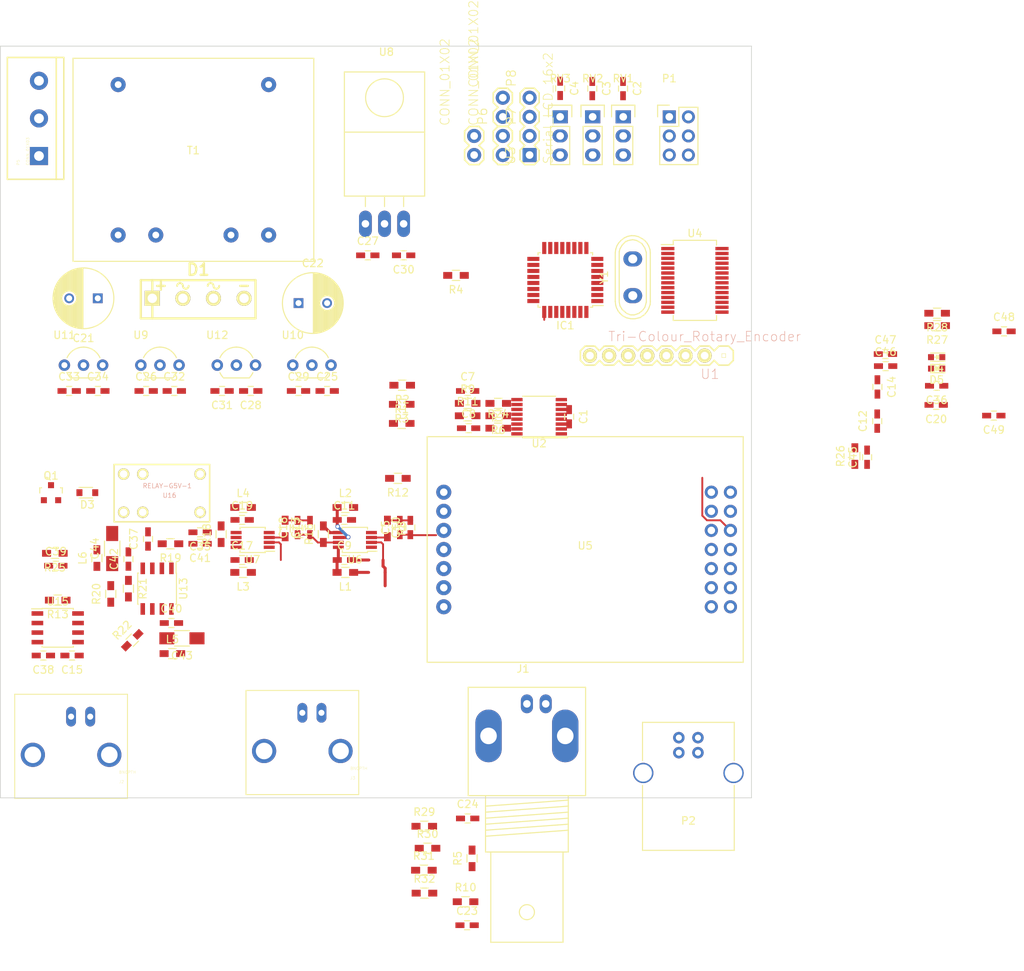
<source format=kicad_pcb>
(kicad_pcb (version 4) (host pcbnew 4.0.5-e0-6337~49~ubuntu16.04.1)
  (layers (0 F.Cu signal) (31 B.Cu signal) (34 B.Paste user) (35 F.Paste user) (36 B.SilkS user) (37 F.SilkS user) (38 B.Mask user) (39 F.Mask user) (44 Edge.Cuts user))
  (net 0 "")
  (net 1 GND)
  (net 2 +5VD)
  (net 3 DDS_OUT)
  (net 4 DUTY_CYCLE)
  (net 5 +5VA)
  (net 6 -5VA)
  (net 7 "Net-(C13-Pad1)")
  (net 8 "Net-(C13-Pad2)")
  (net 9 "Net-(C21-Pad1)")
  (net 10 "Net-(C22-Pad2)")
  (net 11 +15V)
  (net 12 "Net-(D1-Pad2)")
  (net 13 "Net-(D1-Pad4)")
  (net 14 "Net-(J2-PadS)")
  (net 15 /ControlBoard/D7)
  (net 16 /AnalogBoard/OFFSET_DAC)
  (net 17 /AnalogBoard/RESET_DDS)
  (net 18 /AnalogBoard/DUTY_DAC)
  (net 19 /AnalogBoard/ADC1)
  (net 20 "Net-(R8-Pad2)")
  (net 21 "Net-(R12-Pad1)")
  (net 22 /ControlBoard/SCL)
  (net 23 /ControlBoard/SDA)
  (net 24 /PSU/NEUTRAL)
  (net 25 /PSU/LIVE)
  (net 26 "Net-(C11-Pad1)")
  (net 27 "Net-(C17-Pad1)")
  (net 28 "Net-(C19-Pad1)")
  (net 29 "Net-(C35-Pad1)")
  (net 30 "Net-(C35-Pad2)")
  (net 31 "Net-(C37-Pad1)")
  (net 32 "Net-(C38-Pad2)")
  (net 33 "Net-(C39-Pad2)")
  (net 34 "Net-(C40-Pad1)")
  (net 35 "Net-(C42-Pad1)")
  (net 36 "Net-(D3-Pad2)")
  (net 37 "Net-(R13-Pad1)")
  (net 38 "Net-(R13-Pad2)")
  (net 39 "Net-(R16-Pad2)")
  (net 40 "Net-(R17-Pad2)")
  (net 41 "Net-(R18-Pad2)")
  (net 42 "Net-(R19-Pad2)")
  (net 43 "Net-(R21-Pad2)")
  (net 44 "Net-(U16-Pad6)")
  (net 45 "Net-(C10-Pad2)")
  (net 46 "Net-(C9-Pad1)")
  (net 47 /ControlBoard/A1)
  (net 48 /ControlBoard/A2)
  (net 49 /ControlBoard/A3)
  (net 50 "Net-(C36-Pad2)")
  (net 51 /ControlBoard/DTR)
  (net 52 "Net-(C46-Pad2)")
  (net 53 "Net-(C47-Pad2)")
  (net 54 "Net-(D4-Pad2)")
  (net 55 "Net-(D4-Pad1)")
  (net 56 "Net-(D5-Pad2)")
  (net 57 "Net-(D5-Pad1)")
  (net 58 /ControlBoard/D3)
  (net 59 /ControlBoard/D4)
  (net 60 /ControlBoard/D5)
  (net 61 /ControlBoard/D6)
  (net 62 /ControlBoard/SCK)
  (net 63 /ControlBoard/RXD)
  (net 64 /ControlBoard/TXD)
  (net 65 /ControlBoard/D2)
  (net 66 "Net-(R2-Pad2)")
  (net 67 "Net-(R3-Pad2)")
  (net 68 "Net-(R4-Pad2)")
  (net 69 "Net-(P2-Pad3)")
  (net 70 "Net-(P2-Pad2)")
  (net 71 GNEG1)
  (net 72 GNEG0)
  (net 73 AMPLITUDE)
  (net 74 /AnalogBoard/DDS_D7)
  (net 75 /ControlBoard/DDS_WCLK)
  (net 76 /ControlBoard/DDS_FQUP)
  (net 77 /ControlBoard/MOSI)
  (net 78 /ControlBoard/MISO)
  (net 79 /ControlBoard/ADSEL)
  (net 80 /AnalogBoard/DAC0)
  (net 81 /ControlBoard/ADC0)
  (net 82 /AnalogBoard/GNEG1_DAC)
  (net 83 /AnalogBoard/AMPLITUDE_DAC)
  (net 84 /AnalogBoard/GNEG0_DAC)
  (net 85 /AnalogBoard/MODULATION)
  (net 86 "Net-(J3-PadS)")
  (net 87 "Net-(R10-Pad1)")
  (module UKMaker:AD9850_DDS_Module (layer F.Cu) (at 128.27 98.171 180)
    (fp_text reference U5 (at 0 0.5 180) (layer F.SilkS))
    (fp_text value AD9850_DDS_Module)
    (pad 21 thru_hole circle (at 18.796 -7.62 180) (size 2 2) (drill 1) (layers *.Cu *.Mask) (net 4 DUTY_CYCLE))
    (pad 20 thru_hole circle (at 18.796 -5.08 180) (size 2 2) (drill 1) (layers *.Cu *.Mask) (net 3 DDS_OUT))
    (pad 18 thru_hole circle (at 18.796 0 180) (size 2 2) (drill 1) (layers *.Cu *.Mask) (net 3 DDS_OUT))
    (pad 19 thru_hole circle (at 18.796 -2.54 180) (size 2 2) (drill 1) (layers *.Cu *.Mask) (net 1 GND))
    (pad 16 thru_hole circle (at 18.796 5.08 180) (size 2 2) (drill 1) (layers *.Cu *.Mask))
    (pad 15 thru_hole circle (at 18.796 7.62 180) (size 2 2) (drill 1) (layers *.Cu *.Mask) (net 21 "Net-(R12-Pad1)"))
    (pad 17 thru_hole circle (at 18.796 2.54 180) (size 2 2) (drill 1) (layers *.Cu *.Mask) (net 1 GND))
    (pad 12 thru_hole circle (at -16.764 2.54 180) (size 1.75 1.75) (drill 1) (layers *.Cu *.Mask) (net 1 GND))
    (pad 5 thru_hole circle (at -19.304 2.54 180) (size 1.75 1.75) (drill 1) (layers *.Cu *.Mask) (net 17 /AnalogBoard/RESET_DDS))
    (pad 7 thru_hole circle (at -19.304 7.62 180) (size 1.75 1.75) (drill 1) (layers *.Cu *.Mask))
    (pad 14 thru_hole circle (at -16.764 7.62 180) (size 1.75 1.75) (drill 1) (layers *.Cu *.Mask) (net 2 +5VD))
    (pad 13 thru_hole circle (at -16.764 5.08 180) (size 1.75 1.75) (drill 1) (layers *.Cu *.Mask) (net 2 +5VD))
    (pad 6 thru_hole circle (at -19.304 5.08 180) (size 1.75 1.75) (drill 1) (layers *.Cu *.Mask) (net 2 +5VD))
    (pad 3 thru_hole circle (at -19.304 -2.54 180) (size 1.75 1.75) (drill 1) (layers *.Cu *.Mask) (net 75 /ControlBoard/DDS_WCLK))
    (pad 10 thru_hole circle (at -16.764 -2.54 180) (size 1.75 1.75) (drill 1) (layers *.Cu *.Mask) (net 1 GND))
    (pad 11 thru_hole circle (at -16.764 0 180) (size 1.75 1.75) (drill 1) (layers *.Cu *.Mask) (net 1 GND))
    (pad 4 thru_hole circle (at -19.304 0 180) (size 1.75 1.75) (drill 1) (layers *.Cu *.Mask) (net 76 /ControlBoard/DDS_FQUP))
    (pad 2 thru_hole circle (at -19.304 -5.08 180) (size 1.75 1.75) (drill 1) (layers *.Cu *.Mask) (net 74 /AnalogBoard/DDS_D7))
    (pad 9 thru_hole circle (at -16.764 -5.08 180) (size 1.75 1.75) (drill 1) (layers *.Cu *.Mask) (net 1 GND))
    (pad 8 thru_hole circle (at -16.764 -7.62 180) (size 1.75 1.75) (drill 1) (layers *.Cu *.Mask) (net 1 GND))
    (pad 1 thru_hole circle (at -19.304 -7.62 180) (size 1.75 1.75) (drill 1) (layers *.Cu *.Mask) (net 1 GND))
  )
  (module Capacitors_ThroughHole:C_Radial_D8_L13_P3.8 (layer F.Cu) (at 63.49 64.77 180)
    (fp_text reference C21 (at 1.9 -5.3 180) (layer F.SilkS))
    (fp_text value CP)
    (pad 1 thru_hole rect (at 0 0 180) (size 1.3 1.3) (drill 0.8) (layers *.Cu *.Mask) (net 9 "Net-(C21-Pad1)"))
    (pad 2 thru_hole circle (at 3.8 0 180) (size 1.3 1.3) (drill 0.8) (layers *.Cu *.Mask) (net 1 GND))
  )
  (module Capacitors_ThroughHole:C_Radial_D8_L13_P3.8 (layer F.Cu) (at 90.17 65.405)
    (fp_text reference C22 (at 1.9 -5.3) (layer F.SilkS))
    (fp_text value CP)
    (pad 1 thru_hole rect (at 0 0) (size 1.3 1.3) (drill 0.8) (layers *.Cu *.Mask) (net 1 GND))
    (pad 2 thru_hole circle (at 3.8 0) (size 1.3 1.3) (drill 0.8) (layers *.Cu *.Mask) (net 10 "Net-(C22-Pad2)"))
  )
  (module SparkFun-Connectors:BNC (layer F.Cu) (at 59.944 120.396 180)
    (fp_text reference J2 (at -6.35 -8.89 180) (layer F.SilkS) (effects (font (size 0.38608 0.38608) (thickness 0.032512)) (justify left bottom)))
    (fp_text value BNCPTH (at -6.35 -7.62 180) (layer F.SilkS) (effects (font (size 0.38608 0.38608) (thickness 0.032512)) (justify left bottom)))
    (pad GND thru_hole oval (at -2.54 0 270) (size 2.616 1.308) (drill 0.8) (layers *.Cu *.Mask) (net 1 GND))
    (pad S thru_hole oval (at 0 0 270) (size 2.616 1.308) (drill 0.8) (layers *.Cu *.Mask) (net 14 "Net-(J2-PadS)"))
    (pad 3 thru_hole circle (at -5.08 -5.08 180) (size 3.216 3.216) (drill 2.2) (layers *.Cu *.Mask))
    (pad 4 thru_hole circle (at 5.08 -5.08 180) (size 3.216 3.216) (drill 2.2) (layers *.Cu *.Mask))
  )
  (module SparkFun-Connectors:SCREWTERMINAL-5MM-3 (layer F.Cu) (at 55.6768 45.847 90)
    (fp_text reference P5 (at -1.27 -2.54 90) (layer F.SilkS) (effects (font (size 0.38608 0.38608) (thickness 0.032512)) (justify left bottom)))
    (fp_text value CONN_01X03 (at -1.27 -1.27 90) (layer F.SilkS) (effects (font (size 0.38608 0.38608) (thickness 0.032512)) (justify left bottom)))
    (pad 1 thru_hole rect (at 0 0 90) (size 2.413 2.413) (drill 1.3) (layers *.Cu *.Mask) (net 1 GND))
    (pad 2 thru_hole circle (at 5 0 90) (size 2.413 2.413) (drill 1.3) (layers *.Cu *.Mask) (net 24 /PSU/NEUTRAL))
    (pad 3 thru_hole circle (at 10 0 90) (size 2.413 2.413) (drill 1.3) (layers *.Cu *.Mask) (net 25 /PSU/LIVE))
  )
  (module SparkFun-Connectors:1X02 (layer F.Cu) (at 113.5126 43.18 270)
    (fp_text reference P6 (at -1.3462 -1.8288 270) (layer F.SilkS) (effects (font (size 1.2065 1.2065) (thickness 0.127)) (justify left bottom)))
    (fp_text value CONN_01X02 (at -1.27 3.175 270) (layer F.SilkS) (effects (font (size 1.2065 1.2065) (thickness 0.1016)) (justify left bottom)))
    (pad 1 thru_hole circle (at 0 0) (size 1.8796 1.8796) (drill 1.016) (layers *.Cu *.Mask) (net 80 /AnalogBoard/DAC0))
    (pad 2 thru_hole circle (at 2.54 0) (size 1.8796 1.8796) (drill 1.016) (layers *.Cu *.Mask) (net 1 GND))
  )
  (module SparkFun-Connectors:1X02 (layer F.Cu) (at 117.3226 43.18 270)
    (fp_text reference P7 (at -1.3462 -1.8288 270) (layer F.SilkS) (effects (font (size 1.2065 1.2065) (thickness 0.127)) (justify left bottom)))
    (fp_text value CONN_01X02 (at -1.27 3.175 270) (layer F.SilkS) (effects (font (size 1.2065 1.2065) (thickness 0.1016)) (justify left bottom)))
    (pad 1 thru_hole circle (at 0 0) (size 1.8796 1.8796) (drill 1.016) (layers *.Cu *.Mask) (net 19 /AnalogBoard/ADC1))
    (pad 2 thru_hole circle (at 2.54 0) (size 1.8796 1.8796) (drill 1.016) (layers *.Cu *.Mask) (net 1 GND))
  )
  (module SparkFun-Connectors:1X02 (layer F.Cu) (at 117.3226 38.1 270)
    (fp_text reference P8 (at -1.3462 -1.8288 270) (layer F.SilkS) (effects (font (size 1.2065 1.2065) (thickness 0.127)) (justify left bottom)))
    (fp_text value CONN_01X02 (at -1.27 3.175 270) (layer F.SilkS) (effects (font (size 1.2065 1.2065) (thickness 0.1016)) (justify left bottom)))
    (pad 1 thru_hole circle (at 0 0) (size 1.8796 1.8796) (drill 1.016) (layers *.Cu *.Mask) (net 81 /ControlBoard/ADC0))
    (pad 2 thru_hole circle (at 2.54 0) (size 1.8796 1.8796) (drill 1.016) (layers *.Cu *.Mask) (net 1 GND))
  )
  (module TO_SOT_Packages_SMD:SOT-23 (layer F.Cu) (at 57.277 90.6145)
    (fp_text reference Q1 (at 0 -2.25) (layer F.SilkS))
    (fp_text value Q_NMOS_SDG)
    (pad 1 smd rect (at -0.95 1.00076) (size 0.8001 0.8001) (layers F.Cu F.Paste F.Mask) (net 1 GND))
    (pad 2 smd rect (at 0.95 1.00076) (size 0.8001 0.8001) (layers F.Cu F.Paste F.Mask) (net 36 "Net-(D3-Pad2)"))
    (pad 3 smd rect (at 0 -0.99822) (size 0.8001 0.8001) (layers F.Cu F.Paste F.Mask) (net 85 /AnalogBoard/MODULATION))
  )
  (module SparkFun:SparkFun-1X08 (layer F.Cu) (at 146.685 72.39 180)
    (fp_text reference U1 (at 1.8288 -2.4638 180) (layer B.SilkS) (effects (font (size 1.27 1.27) (thickness 0.0889))))
    (fp_text value Tri-Colour_Rotary_Encoder (at 2.54 2.54 180) (layer B.SilkS) (effects (font (size 1.27 1.27) (thickness 0.0889))))
    (pad 1 thru_hole rect (at 0 0 180) (size 1.8796 0) (drill 1.016) (layers *.Cu F.Paste F.SilkS F.Mask) (net 65 /ControlBoard/D2))
    (pad 2 thru_hole circle (at 2.54 0 180) (size 1.8796 1.8796) (drill 1.016) (layers *.Cu F.Paste F.SilkS F.Mask) (net 1 GND))
    (pad 3 thru_hole circle (at 5.08 0 180) (size 1.8796 1.8796) (drill 1.016) (layers *.Cu F.Paste F.SilkS F.Mask) (net 58 /ControlBoard/D3))
    (pad 4 thru_hole circle (at 7.62 0 180) (size 1.8796 1.8796) (drill 1.016) (layers *.Cu F.Paste F.SilkS F.Mask) (net 2 +5VD))
    (pad 5 thru_hole circle (at 10.16 0 180) (size 1.8796 1.8796) (drill 1.016) (layers *.Cu F.Paste F.SilkS F.Mask) (net 68 "Net-(R4-Pad2)"))
    (pad 6 thru_hole circle (at 12.7 0 180) (size 1.8796 1.8796) (drill 1.016) (layers *.Cu F.Paste F.SilkS F.Mask) (net 61 /ControlBoard/D6))
    (pad 7 thru_hole circle (at 15.24 0 180) (size 1.8796 1.8796) (drill 1.016) (layers *.Cu F.Paste F.SilkS F.Mask) (net 67 "Net-(R3-Pad2)"))
    (pad 8 thru_hole circle (at 17.78 0 180) (size 1.8796 1.8796) (drill 1.016) (layers *.Cu F.Paste F.SilkS F.Mask) (net 66 "Net-(R2-Pad2)"))
  )
  (module SparkFun-Connectors:1X04 (layer F.Cu) (at 120.8786 45.72 90)
    (fp_text reference U3 (at -1.3462 -1.8288 90) (layer F.SilkS) (effects (font (size 1.2065 1.2065) (thickness 0.127)) (justify left bottom)))
    (fp_text value Serial_LCD_16x2 (at -1.27 3.175 90) (layer F.SilkS) (effects (font (size 1.2065 1.2065) (thickness 0.1016)) (justify left bottom)))
    (pad 1 thru_hole rect (at 0 0 180) (size 1.8796 1.8796) (drill 1.016) (layers *.Cu *.Mask) (net 1 GND))
    (pad 2 thru_hole circle (at 2.54 0 180) (size 1.8796 1.8796) (drill 1.016) (layers *.Cu *.Mask) (net 2 +5VD))
    (pad 3 thru_hole circle (at 5.08 0 180) (size 1.8796 1.8796) (drill 1.016) (layers *.Cu *.Mask) (net 23 /ControlBoard/SDA))
    (pad 4 thru_hole circle (at 7.62 0 180) (size 1.8796 1.8796) (drill 1.016) (layers *.Cu *.Mask) (net 22 /ControlBoard/SCL))
  )
  (module Housings_SSOP:MSOP-8_3x3mm_Pitch0.65mm (layer F.Cu) (at 97.663 96.901 180)
    (fp_text reference U6 (at 0 -2.6 180) (layer F.SilkS))
    (fp_text value AD603)
    (pad 1 smd rect (at -2.2 -0.975 180) (size 1.45 0.45) (layers F.Cu F.Paste F.Mask) (net 44 "Net-(U16-Pad6)"))
    (pad 2 smd rect (at -2.2 -0.325 180) (size 1.45 0.45) (layers F.Cu F.Paste F.Mask) (net 72 GNEG0))
    (pad 3 smd rect (at -2.2 0.325 180) (size 1.45 0.45) (layers F.Cu F.Paste F.Mask) (net 20 "Net-(R8-Pad2)"))
    (pad 4 smd rect (at -2.2 0.975 180) (size 1.45 0.45) (layers F.Cu F.Paste F.Mask) (net 1 GND))
    (pad 5 smd rect (at 2.2 0.975 180) (size 1.45 0.45) (layers F.Cu F.Paste F.Mask) (net 39 "Net-(R16-Pad2)"))
    (pad 6 smd rect (at 2.2 0.325 180) (size 1.45 0.45) (layers F.Cu F.Paste F.Mask) (net 26 "Net-(C11-Pad1)"))
    (pad 7 smd rect (at 2.2 -0.325 180) (size 1.45 0.45) (layers F.Cu F.Paste F.Mask) (net 7 "Net-(C13-Pad1)"))
    (pad 8 smd rect (at 2.2 -0.975 180) (size 1.45 0.45) (layers F.Cu F.Paste F.Mask) (net 46 "Net-(C9-Pad1)"))
  )
  (module Housings_SSOP:MSOP-8_3x3mm_Pitch0.65mm (layer F.Cu) (at 84.074 96.901 180)
    (fp_text reference U7 (at 0 -2.6 180) (layer F.SilkS))
    (fp_text value AD603)
    (pad 1 smd rect (at -2.2 -0.975 180) (size 1.45 0.45) (layers F.Cu F.Paste F.Mask) (net 44 "Net-(U16-Pad6)"))
    (pad 2 smd rect (at -2.2 -0.325 180) (size 1.45 0.45) (layers F.Cu F.Paste F.Mask) (net 71 GNEG1))
    (pad 3 smd rect (at -2.2 0.325 180) (size 1.45 0.45) (layers F.Cu F.Paste F.Mask) (net 40 "Net-(R17-Pad2)"))
    (pad 4 smd rect (at -2.2 0.975 180) (size 1.45 0.45) (layers F.Cu F.Paste F.Mask) (net 1 GND))
    (pad 5 smd rect (at 2.2 0.975 180) (size 1.45 0.45) (layers F.Cu F.Paste F.Mask) (net 41 "Net-(R18-Pad2)"))
    (pad 6 smd rect (at 2.2 0.325 180) (size 1.45 0.45) (layers F.Cu F.Paste F.Mask) (net 28 "Net-(C19-Pad1)"))
    (pad 7 smd rect (at 2.2 -0.325 180) (size 1.45 0.45) (layers F.Cu F.Paste F.Mask) (net 29 "Net-(C35-Pad1)"))
    (pad 8 smd rect (at 2.2 -0.975 180) (size 1.45 0.45) (layers F.Cu F.Paste F.Mask) (net 27 "Net-(C17-Pad1)"))
  )
  (module UKMaker:MyrraTransformer_30x15.5 (layer F.Cu) (at 76.2 46.355 180)
    (fp_text reference T1 (at 0 1.25 180) (layer F.SilkS))
    (fp_text value TRANSFO2)
    (pad 1 thru_hole circle (at -10 10 180) (size 2 2) (drill 0.9) (layers *.Cu *.Mask) (net 25 /PSU/LIVE))
    (pad 6 thru_hole circle (at 10 -10 180) (size 2 2) (drill 0.9) (layers *.Cu *.Mask) (net 12 "Net-(D1-Pad2)"))
    (pad 5 thru_hole circle (at 5 -10 180) (size 2 2) (drill 0.9) (layers *.Cu *.Mask) (net 1 GND))
    (pad 4 thru_hole circle (at -5 -10 180) (size 2 2) (drill 0.9) (layers *.Cu *.Mask) (net 1 GND))
    (pad 2 thru_hole circle (at 10 10 180) (size 2 2) (drill 0.9) (layers *.Cu *.Mask) (net 24 /PSU/NEUTRAL))
    (pad 3 thru_hole circle (at -10 -10 180) (size 2 2) (drill 0.9) (layers *.Cu *.Mask) (net 13 "Net-(D1-Pad4)"))
  )
  (module UKMaker:BridgeRectifier_2KBP (layer F.Cu) (at 76.835 64.77)
    (fp_text reference D1 (at 0 -3.81) (layer F.SilkS) (effects (font (thickness 0.3048))))
    (fp_text value KBP206G hide)
    (pad 3 thru_hole rect (at -6.096 0) (size 1.99898 1.99898) (drill 1.24968) (layers *.Cu *.Mask F.SilkS) (net 9 "Net-(C21-Pad1)"))
    (pad 2 thru_hole circle (at -2.032 0) (size 1.99898 1.99898) (drill 1.24968) (layers *.Cu *.Mask F.SilkS) (net 12 "Net-(D1-Pad2)"))
    (pad 4 thru_hole circle (at 2.032 0) (size 1.99898 1.99898) (drill 1.24968) (layers *.Cu *.Mask F.SilkS) (net 13 "Net-(D1-Pad4)"))
    (pad 1 thru_hole circle (at 6.096 0) (size 1.99898 1.99898) (drill 1.24968) (layers *.Cu *.Mask F.SilkS) (net 10 "Net-(C22-Pad2)"))
  )
  (module Diodes_SMD:D_0805 (layer F.Cu) (at 62.103 90.6145)
    (fp_text reference D3 (at 0 1.6) (layer F.SilkS))
    (fp_text value D)
    (pad 1 smd rect (at -1.05 0) (size 0.8 0.9) (layers F.Cu F.Paste F.Mask) (net 2 +5VD))
    (pad 2 smd rect (at 1.05 0) (size 0.8 0.9) (layers F.Cu F.Paste F.Mask) (net 36 "Net-(D3-Pad2)"))
  )
  (module Housings_SOIC:SOIC-8_3.9x4.9mm_Pitch1.27mm (layer F.Cu) (at 71.374 103.378 270)
    (fp_text reference U13 (at 0 -3.5 270) (layer F.SilkS))
    (fp_text value LM741)
    (pad 1 smd rect (at -2.7 -1.905 270) (size 1.55 0.6) (layers F.Cu F.Paste F.Mask))
    (pad 2 smd rect (at -2.7 -0.635 270) (size 1.55 0.6) (layers F.Cu F.Paste F.Mask) (net 42 "Net-(R19-Pad2)"))
    (pad 3 smd rect (at -2.7 0.635 270) (size 1.55 0.6) (layers F.Cu F.Paste F.Mask) (net 31 "Net-(C37-Pad1)"))
    (pad 4 smd rect (at -2.7 1.905 270) (size 1.55 0.6) (layers F.Cu F.Paste F.Mask) (net 35 "Net-(C42-Pad1)"))
    (pad 5 smd rect (at 2.7 1.905 270) (size 1.55 0.6) (layers F.Cu F.Paste F.Mask))
    (pad 6 smd rect (at 2.7 0.635 270) (size 1.55 0.6) (layers F.Cu F.Paste F.Mask) (net 43 "Net-(R21-Pad2)"))
    (pad 7 smd rect (at 2.7 -0.635 270) (size 1.55 0.6) (layers F.Cu F.Paste F.Mask) (net 34 "Net-(C40-Pad1)"))
    (pad 8 smd rect (at 2.7 -1.905 270) (size 1.55 0.6) (layers F.Cu F.Paste F.Mask))
  )
  (module Housings_SOIC:SOIC-8_3.9x4.9mm_Pitch1.27mm (layer F.Cu) (at 58.166 108.585)
    (fp_text reference U15 (at 0 -3.5) (layer F.SilkS))
    (fp_text value LM741)
    (pad 1 smd rect (at -2.7 -1.905) (size 1.55 0.6) (layers F.Cu F.Paste F.Mask))
    (pad 2 smd rect (at -2.7 -0.635) (size 1.55 0.6) (layers F.Cu F.Paste F.Mask) (net 38 "Net-(R13-Pad2)"))
    (pad 3 smd rect (at -2.7 0.635) (size 1.55 0.6) (layers F.Cu F.Paste F.Mask) (net 33 "Net-(C39-Pad2)"))
    (pad 4 smd rect (at -2.7 1.905) (size 1.55 0.6) (layers F.Cu F.Paste F.Mask) (net 32 "Net-(C38-Pad2)"))
    (pad 5 smd rect (at 2.7 1.905) (size 1.55 0.6) (layers F.Cu F.Paste F.Mask))
    (pad 6 smd rect (at 2.7 0.635) (size 1.55 0.6) (layers F.Cu F.Paste F.Mask) (net 37 "Net-(R13-Pad1)"))
    (pad 7 smd rect (at 2.7 -0.635) (size 1.55 0.6) (layers F.Cu F.Paste F.Mask) (net 11 +15V))
    (pad 8 smd rect (at 2.7 -1.905) (size 1.55 0.6) (layers F.Cu F.Paste F.Mask))
  )
  (module SparkFun:SparkFun-RELAY-G5V (layer F.Cu) (at 72.009 90.678 180)
    (fp_text reference U16 (at -1.016 -0.3048 180) (layer B.SilkS) (effects (font (size 0.6096 0.6096) (thickness 0.0889))))
    (fp_text value RELAY-G5V-1 (at -0.7112 0.9652 180) (layer B.SilkS) (effects (font (size 0.6096 0.6096) (thickness 0.0889))))
    (pad 1 thru_hole circle (at 5.08 -2.54 180) (size 1.524 1.524) (drill 1.016) (layers *.Cu F.Paste F.SilkS F.Mask) (net 86 "Net-(J3-PadS)"))
    (pad 2 thru_hole circle (at 2.54 -2.54 180) (size 1.524 1.524) (drill 1.016) (layers *.Cu F.Paste F.SilkS F.Mask) (net 36 "Net-(D3-Pad2)"))
    (pad 5 thru_hole circle (at -5.08 -2.54 180) (size 1.524 1.524) (drill 1.016) (layers *.Cu F.Paste F.SilkS F.Mask))
    (pad 6 thru_hole circle (at -5.08 2.54 180) (size 1.524 1.524) (drill 1.016) (layers *.Cu F.Paste F.SilkS F.Mask) (net 44 "Net-(U16-Pad6)"))
    (pad 9 thru_hole circle (at 2.54 2.54 180) (size 1.524 1.524) (drill 1.016) (layers *.Cu F.Paste F.SilkS F.Mask) (net 2 +5VD))
    (pad 10 thru_hole circle (at 5.08 2.54 180) (size 1.524 1.524) (drill 1.016) (layers *.Cu F.Paste F.SilkS F.Mask) (net 73 AMPLITUDE))
  )
  (module Capacitors_SMD:C_1206_HandSoldering (layer F.Cu) (at 74.676 109.982 180)
    (fp_text reference C43 (at 0 -2.3 180) (layer F.SilkS))
    (fp_text value "10U MLCC")
    (pad 1 smd rect (at -2 0 180) (size 2 1.6) (layers F.Cu F.Paste F.Mask) (net 1 GND))
    (pad 2 smd rect (at 2 0 180) (size 2 1.6) (layers F.Cu F.Paste F.Mask) (net 34 "Net-(C40-Pad1)"))
  )
  (module Capacitors_SMD:C_1206_HandSoldering (layer F.Cu) (at 65.405 98.044 90)
    (fp_text reference C44 (at 0 -2.3 90) (layer F.SilkS))
    (fp_text value "10U MLCC")
    (pad 1 smd rect (at -2 0 90) (size 2 1.6) (layers F.Cu F.Paste F.Mask) (net 35 "Net-(C42-Pad1)"))
    (pad 2 smd rect (at 2 0 90) (size 2 1.6) (layers F.Cu F.Paste F.Mask) (net 1 GND))
  )
  (module Capacitors_SMD:C_0603_HandSoldering (layer F.Cu) (at 103.632 95.25 90)
    (fp_text reference C5 (at 0 -1.9 90) (layer F.SilkS))
    (fp_text value C)
    (pad 1 smd rect (at -0.95 0 90) (size 1.2 0.75) (layers F.Cu F.Paste F.Mask) (net 3 DDS_OUT))
    (pad 2 smd rect (at 0.95 0 90) (size 1.2 0.75) (layers F.Cu F.Paste F.Mask) (net 45 "Net-(C10-Pad2)"))
  )
  (module Capacitors_SMD:C_0603_HandSoldering (layer F.Cu) (at 126.1364 80.518 270)
    (fp_text reference C1 (at 0 -1.9 270) (layer F.SilkS))
    (fp_text value Csmall)
    (pad 1 smd rect (at -0.95 0 270) (size 1.2 0.75) (layers F.Cu F.Paste F.Mask) (net 1 GND))
    (pad 2 smd rect (at 0.95 0 270) (size 1.2 0.75) (layers F.Cu F.Paste F.Mask) (net 2 +5VD))
  )
  (module Capacitors_SMD:C_0603_HandSoldering (layer F.Cu) (at 133.2992 36.8808 270)
    (fp_text reference C2 (at 0 -1.9 270) (layer F.SilkS))
    (fp_text value Csmall)
    (pad 1 smd rect (at -0.95 0 270) (size 1.2 0.75) (layers F.Cu F.Paste F.Mask) (net 1 GND))
    (pad 2 smd rect (at 0.95 0 270) (size 1.2 0.75) (layers F.Cu F.Paste F.Mask) (net 47 /ControlBoard/A1))
  )
  (module Capacitors_SMD:C_0603_HandSoldering (layer F.Cu) (at 129.2098 36.8808 270)
    (fp_text reference C3 (at 0 -1.9 270) (layer F.SilkS))
    (fp_text value Csmall)
    (pad 1 smd rect (at -0.95 0 270) (size 1.2 0.75) (layers F.Cu F.Paste F.Mask) (net 1 GND))
    (pad 2 smd rect (at 0.95 0 270) (size 1.2 0.75) (layers F.Cu F.Paste F.Mask) (net 48 /ControlBoard/A2))
  )
  (module Capacitors_SMD:C_0603_HandSoldering (layer F.Cu) (at 124.9426 36.8554 270)
    (fp_text reference C4 (at 0 -1.9 270) (layer F.SilkS))
    (fp_text value Csmall)
    (pad 1 smd rect (at -0.95 0 270) (size 1.2 0.75) (layers F.Cu F.Paste F.Mask) (net 1 GND))
    (pad 2 smd rect (at 0.95 0 270) (size 1.2 0.75) (layers F.Cu F.Paste F.Mask) (net 49 /ControlBoard/A3))
  )
  (module Capacitors_SMD:C_0603_HandSoldering (layer F.Cu) (at 112.649 77.089)
    (fp_text reference C7 (at 0 -1.9) (layer F.SilkS))
    (fp_text value C)
    (pad 1 smd rect (at -0.95 0) (size 1.2 0.75) (layers F.Cu F.Paste F.Mask) (net 1 GND))
    (pad 2 smd rect (at 0.95 0) (size 1.2 0.75) (layers F.Cu F.Paste F.Mask) (net 4 DUTY_CYCLE))
  )
  (module Capacitors_SMD:C_0603_HandSoldering (layer F.Cu) (at 112.776 82.042)
    (fp_text reference C8 (at 0 -1.9) (layer F.SilkS))
    (fp_text value C)
    (pad 1 smd rect (at -0.95 0) (size 1.2 0.75) (layers F.Cu F.Paste F.Mask) (net 1 GND))
    (pad 2 smd rect (at 0.95 0) (size 1.2 0.75) (layers F.Cu F.Paste F.Mask) (net 71 GNEG1))
  )
  (module Capacitors_SMD:C_0603_HandSoldering (layer F.Cu) (at 96.266 99.568)
    (fp_text reference C9 (at 0 -1.9) (layer F.SilkS))
    (fp_text value C)
    (pad 1 smd rect (at -0.95 0) (size 1.2 0.75) (layers F.Cu F.Paste F.Mask) (net 46 "Net-(C9-Pad1)"))
    (pad 2 smd rect (at 0.95 0) (size 1.2 0.75) (layers F.Cu F.Paste F.Mask) (net 1 GND))
  )
  (module Capacitors_SMD:C_0603_HandSoldering (layer F.Cu) (at 105.029 95.25 90)
    (fp_text reference C10 (at 0 -1.9 90) (layer F.SilkS))
    (fp_text value "1U MLCC")
    (pad 1 smd rect (at -0.95 0 90) (size 1.2 0.75) (layers F.Cu F.Paste F.Mask) (net 3 DDS_OUT))
    (pad 2 smd rect (at 0.95 0 90) (size 1.2 0.75) (layers F.Cu F.Paste F.Mask) (net 45 "Net-(C10-Pad2)"))
  )
  (module Capacitors_SMD:C_0603_HandSoldering (layer F.Cu) (at 96.266 94.234)
    (fp_text reference C11 (at 0 -1.9) (layer F.SilkS))
    (fp_text value C)
    (pad 1 smd rect (at -0.95 0) (size 1.2 0.75) (layers F.Cu F.Paste F.Mask) (net 26 "Net-(C11-Pad1)"))
    (pad 2 smd rect (at 0.95 0) (size 1.2 0.75) (layers F.Cu F.Paste F.Mask) (net 1 GND))
  )
  (module Capacitors_SMD:C_0603_HandSoldering (layer F.Cu) (at 91.694 95.25 90)
    (fp_text reference C13 (at 0 -1.9 90) (layer F.SilkS))
    (fp_text value C)
    (pad 1 smd rect (at -0.95 0 90) (size 1.2 0.75) (layers F.Cu F.Paste F.Mask) (net 7 "Net-(C13-Pad1)"))
    (pad 2 smd rect (at 0.95 0 90) (size 1.2 0.75) (layers F.Cu F.Paste F.Mask) (net 8 "Net-(C13-Pad2)"))
  )
  (module Capacitors_SMD:C_0603_HandSoldering (layer F.Cu) (at 60.071 112.268 180)
    (fp_text reference C15 (at 0 -1.9 180) (layer F.SilkS))
    (fp_text value C)
    (pad 1 smd rect (at -0.95 0 180) (size 1.2 0.75) (layers F.Cu F.Paste F.Mask) (net 11 +15V))
    (pad 2 smd rect (at 0.95 0 180) (size 1.2 0.75) (layers F.Cu F.Paste F.Mask) (net 1 GND))
  )
  (module Capacitors_SMD:C_0603_HandSoldering (layer F.Cu) (at 82.677 99.568)
    (fp_text reference C17 (at 0 -1.9) (layer F.SilkS))
    (fp_text value C)
    (pad 1 smd rect (at -0.95 0) (size 1.2 0.75) (layers F.Cu F.Paste F.Mask) (net 27 "Net-(C17-Pad1)"))
    (pad 2 smd rect (at 0.95 0) (size 1.2 0.75) (layers F.Cu F.Paste F.Mask) (net 1 GND))
  )
  (module Capacitors_SMD:C_0603_HandSoldering (layer F.Cu) (at 90.043 95.25 90)
    (fp_text reference C18 (at 0 -1.9 90) (layer F.SilkS))
    (fp_text value "1U MLCC")
    (pad 1 smd rect (at -0.95 0 90) (size 1.2 0.75) (layers F.Cu F.Paste F.Mask) (net 7 "Net-(C13-Pad1)"))
    (pad 2 smd rect (at 0.95 0 90) (size 1.2 0.75) (layers F.Cu F.Paste F.Mask) (net 8 "Net-(C13-Pad2)"))
  )
  (module Capacitors_SMD:C_0603_HandSoldering (layer F.Cu) (at 82.677 94.234)
    (fp_text reference C19 (at 0 -1.9) (layer F.SilkS))
    (fp_text value C)
    (pad 1 smd rect (at -0.95 0) (size 1.2 0.75) (layers F.Cu F.Paste F.Mask) (net 28 "Net-(C19-Pad1)"))
    (pad 2 smd rect (at 0.95 0) (size 1.2 0.75) (layers F.Cu F.Paste F.Mask) (net 1 GND))
  )
  (module Resistors_SMD:R_0603_HandSoldering (layer F.Cu) (at 96.393 101.219 180)
    (fp_text reference L1 (at 0 -1.9 180) (layer F.SilkS))
    (fp_text value L_Small)
    (pad 1 smd rect (at -1.1 0 180) (size 1.2 0.9) (layers F.Cu F.Paste F.Mask) (net 5 +5VA))
    (pad 2 smd rect (at 1.1 0 180) (size 1.2 0.9) (layers F.Cu F.Paste F.Mask) (net 46 "Net-(C9-Pad1)"))
  )
  (module Resistors_SMD:R_0603_HandSoldering (layer F.Cu) (at 96.393 92.583)
    (fp_text reference L2 (at 0 -1.9) (layer F.SilkS))
    (fp_text value L_Small)
    (pad 1 smd rect (at -1.1 0) (size 1.2 0.9) (layers F.Cu F.Paste F.Mask) (net 26 "Net-(C11-Pad1)"))
    (pad 2 smd rect (at 1.1 0) (size 1.2 0.9) (layers F.Cu F.Paste F.Mask) (net 6 -5VA))
  )
  (module Resistors_SMD:R_0603_HandSoldering (layer F.Cu) (at 82.804 101.219 180)
    (fp_text reference L3 (at 0 -1.9 180) (layer F.SilkS))
    (fp_text value L_Small)
    (pad 1 smd rect (at -1.1 0 180) (size 1.2 0.9) (layers F.Cu F.Paste F.Mask) (net 5 +5VA))
    (pad 2 smd rect (at 1.1 0 180) (size 1.2 0.9) (layers F.Cu F.Paste F.Mask) (net 27 "Net-(C17-Pad1)"))
  )
  (module Resistors_SMD:R_0603_HandSoldering (layer F.Cu) (at 82.804 92.583)
    (fp_text reference L4 (at 0 -1.9) (layer F.SilkS))
    (fp_text value L_Small)
    (pad 1 smd rect (at -1.1 0) (size 1.2 0.9) (layers F.Cu F.Paste F.Mask) (net 28 "Net-(C19-Pad1)"))
    (pad 2 smd rect (at 1.1 0) (size 1.2 0.9) (layers F.Cu F.Paste F.Mask) (net 6 -5VA))
  )
  (module Resistors_SMD:R_0603_HandSoldering (layer F.Cu) (at 73.406 112.014)
    (fp_text reference L5 (at 0 -1.9) (layer F.SilkS))
    (fp_text value L_Small)
    (pad 1 smd rect (at -1.1 0) (size 1.2 0.9) (layers F.Cu F.Paste F.Mask) (net 34 "Net-(C40-Pad1)"))
    (pad 2 smd rect (at 1.1 0) (size 1.2 0.9) (layers F.Cu F.Paste F.Mask) (net 11 +15V))
  )
  (module Resistors_SMD:R_0603_HandSoldering (layer F.Cu) (at 63.373 99.314 90)
    (fp_text reference L6 (at 0 -1.9 90) (layer F.SilkS))
    (fp_text value L_Small)
    (pad 1 smd rect (at -1.1 0 90) (size 1.2 0.9) (layers F.Cu F.Paste F.Mask) (net 35 "Net-(C42-Pad1)"))
    (pad 2 smd rect (at 1.1 0 90) (size 1.2 0.9) (layers F.Cu F.Paste F.Mask))
  )
  (module Resistors_SMD:R_0603_HandSoldering (layer F.Cu) (at 103.886 81.407)
    (fp_text reference R1 (at 0 -1.9) (layer F.SilkS))
    (fp_text value R)
    (pad 1 smd rect (at -1.1 0) (size 1.2 0.9) (layers F.Cu F.Paste F.Mask) (net 61 /ControlBoard/D6))
    (pad 2 smd rect (at 1.1 0) (size 1.2 0.9) (layers F.Cu F.Paste F.Mask) (net 1 GND))
  )
  (module Resistors_SMD:R_0603_HandSoldering (layer F.Cu) (at 103.9495 76.327 180)
    (fp_text reference R2 (at 0 -1.9 180) (layer F.SilkS))
    (fp_text value R)
    (pad 1 smd rect (at -1.1 0 180) (size 1.2 0.9) (layers F.Cu F.Paste F.Mask) (net 59 /ControlBoard/D4))
    (pad 2 smd rect (at 1.1 0 180) (size 1.2 0.9) (layers F.Cu F.Paste F.Mask) (net 66 "Net-(R2-Pad2)"))
  )
  (module Resistors_SMD:R_0603_HandSoldering (layer F.Cu) (at 103.886 78.867 180)
    (fp_text reference R3 (at 0 -1.9 180) (layer F.SilkS))
    (fp_text value R)
    (pad 1 smd rect (at -1.1 0 180) (size 1.2 0.9) (layers F.Cu F.Paste F.Mask) (net 60 /ControlBoard/D5))
    (pad 2 smd rect (at 1.1 0 180) (size 1.2 0.9) (layers F.Cu F.Paste F.Mask) (net 67 "Net-(R3-Pad2)"))
  )
  (module Resistors_SMD:R_0603_HandSoldering (layer F.Cu) (at 111.0996 61.722 180)
    (fp_text reference R4 (at 0 -1.9 180) (layer F.SilkS))
    (fp_text value R)
    (pad 1 smd rect (at -1.1 0 180) (size 1.2 0.9) (layers F.Cu F.Paste F.Mask) (net 15 /ControlBoard/D7))
    (pad 2 smd rect (at 1.1 0 180) (size 1.2 0.9) (layers F.Cu F.Paste F.Mask) (net 68 "Net-(R4-Pad2)"))
  )
  (module Resistors_SMD:R_0603_HandSoldering (layer F.Cu) (at 116.713 80.391 180)
    (fp_text reference R6 (at 0 -1.9 180) (layer F.SilkS))
    (fp_text value R)
    (pad 1 smd rect (at -1.1 0 180) (size 1.2 0.9) (layers F.Cu F.Paste F.Mask) (net 82 /AnalogBoard/GNEG1_DAC))
    (pad 2 smd rect (at 1.1 0 180) (size 1.2 0.9) (layers F.Cu F.Paste F.Mask) (net 71 GNEG1))
  )
  (module Resistors_SMD:R_0603_HandSoldering (layer F.Cu) (at 116.713 78.74 180)
    (fp_text reference R7 (at 0 -1.9 180) (layer F.SilkS))
    (fp_text value R)
    (pad 1 smd rect (at -1.1 0 180) (size 1.2 0.9) (layers F.Cu F.Paste F.Mask) (net 18 /AnalogBoard/DUTY_DAC))
    (pad 2 smd rect (at 1.1 0 180) (size 1.2 0.9) (layers F.Cu F.Paste F.Mask) (net 4 DUTY_CYCLE))
  )
  (module Resistors_SMD:R_0603_HandSoldering (layer F.Cu) (at 101.981 95.377 270)
    (fp_text reference R8 (at 0 -1.9 270) (layer F.SilkS))
    (fp_text value 1k5)
    (pad 1 smd rect (at -1.1 0 270) (size 1.2 0.9) (layers F.Cu F.Paste F.Mask) (net 45 "Net-(C10-Pad2)"))
    (pad 2 smd rect (at 1.1 0 270) (size 1.2 0.9) (layers F.Cu F.Paste F.Mask) (net 20 "Net-(R8-Pad2)"))
  )
  (module Resistors_SMD:R_0603_HandSoldering (layer F.Cu) (at 112.649 78.74)
    (fp_text reference R9 (at 0 -1.9) (layer F.SilkS))
    (fp_text value R)
    (pad 1 smd rect (at -1.1 0) (size 1.2 0.9) (layers F.Cu F.Paste F.Mask) (net 1 GND))
    (pad 2 smd rect (at 1.1 0) (size 1.2 0.9) (layers F.Cu F.Paste F.Mask) (net 4 DUTY_CYCLE))
  )
  (module Resistors_SMD:R_0603_HandSoldering (layer F.Cu) (at 112.649 80.391)
    (fp_text reference R11 (at 0 -1.9) (layer F.SilkS))
    (fp_text value R)
    (pad 1 smd rect (at -1.1 0) (size 1.2 0.9) (layers F.Cu F.Paste F.Mask) (net 1 GND))
    (pad 2 smd rect (at 1.1 0) (size 1.2 0.9) (layers F.Cu F.Paste F.Mask) (net 71 GNEG1))
  )
  (module Resistors_SMD:R_0603_HandSoldering (layer F.Cu) (at 103.378 88.7095 180)
    (fp_text reference R12 (at 0 -1.9 180) (layer F.SilkS))
    (fp_text value R)
    (pad 1 smd rect (at -1.1 0 180) (size 1.2 0.9) (layers F.Cu F.Paste F.Mask) (net 21 "Net-(R12-Pad1)"))
    (pad 2 smd rect (at 1.1 0 180) (size 1.2 0.9) (layers F.Cu F.Paste F.Mask))
  )
  (module Resistors_SMD:R_0603_HandSoldering (layer F.Cu) (at 58.166 104.902 180)
    (fp_text reference R13 (at 0 -1.9 180) (layer F.SilkS))
    (fp_text value R)
    (pad 1 smd rect (at -1.1 0 180) (size 1.2 0.9) (layers F.Cu F.Paste F.Mask) (net 37 "Net-(R13-Pad1)"))
    (pad 2 smd rect (at 1.1 0 180) (size 1.2 0.9) (layers F.Cu F.Paste F.Mask) (net 38 "Net-(R13-Pad2)"))
  )
  (module Resistors_SMD:R_0603_HandSoldering (layer F.Cu) (at 93.472 96.139 90)
    (fp_text reference R16 (at 0 -1.9 90) (layer F.SilkS))
    (fp_text value 0R)
    (pad 1 smd rect (at -1.1 0 90) (size 1.2 0.9) (layers F.Cu F.Paste F.Mask) (net 7 "Net-(C13-Pad1)"))
    (pad 2 smd rect (at 1.1 0 90) (size 1.2 0.9) (layers F.Cu F.Paste F.Mask) (net 39 "Net-(R16-Pad2)"))
  )
  (module Resistors_SMD:R_0603_HandSoldering (layer F.Cu) (at 88.392 95.377 270)
    (fp_text reference R17 (at 0 -1.9 270) (layer F.SilkS))
    (fp_text value R)
    (pad 1 smd rect (at -1.1 0 270) (size 1.2 0.9) (layers F.Cu F.Paste F.Mask) (net 8 "Net-(C13-Pad2)"))
    (pad 2 smd rect (at 1.1 0 270) (size 1.2 0.9) (layers F.Cu F.Paste F.Mask) (net 40 "Net-(R17-Pad2)"))
  )
  (module Resistors_SMD:R_0603_HandSoldering (layer F.Cu) (at 79.883 96.139 90)
    (fp_text reference R18 (at 0 -1.9 90) (layer F.SilkS))
    (fp_text value 0R)
    (pad 1 smd rect (at -1.1 0 90) (size 1.2 0.9) (layers F.Cu F.Paste F.Mask) (net 29 "Net-(C35-Pad1)"))
    (pad 2 smd rect (at 1.1 0 90) (size 1.2 0.9) (layers F.Cu F.Paste F.Mask) (net 41 "Net-(R18-Pad2)"))
  )
  (module Resistors_SMD:R_0603_HandSoldering (layer F.Cu) (at 73.152 97.409 180)
    (fp_text reference R19 (at 0 -1.9 180) (layer F.SilkS))
    (fp_text value R)
    (pad 1 smd rect (at -1.1 0 180) (size 1.2 0.9) (layers F.Cu F.Paste F.Mask) (net 30 "Net-(C35-Pad2)"))
    (pad 2 smd rect (at 1.1 0 180) (size 1.2 0.9) (layers F.Cu F.Paste F.Mask) (net 42 "Net-(R19-Pad2)"))
  )
  (module Resistors_SMD:R_0603_HandSoldering (layer F.Cu) (at 65.2145 104.0765 90)
    (fp_text reference R20 (at 0 -1.9 90) (layer F.SilkS))
    (fp_text value R)
    (pad 1 smd rect (at -1.1 0 90) (size 1.2 0.9) (layers F.Cu F.Paste F.Mask) (net 37 "Net-(R13-Pad1)"))
    (pad 2 smd rect (at 1.1 0 90) (size 1.2 0.9) (layers F.Cu F.Paste F.Mask) (net 31 "Net-(C37-Pad1)"))
  )
  (module Resistors_SMD:R_0603_HandSoldering (layer F.Cu) (at 67.564 103.378 270)
    (fp_text reference R21 (at 0 -1.9 270) (layer F.SilkS))
    (fp_text value R)
    (pad 1 smd rect (at -1.1 0 270) (size 1.2 0.9) (layers F.Cu F.Paste F.Mask) (net 42 "Net-(R19-Pad2)"))
    (pad 2 smd rect (at 1.1 0 270) (size 1.2 0.9) (layers F.Cu F.Paste F.Mask) (net 43 "Net-(R21-Pad2)"))
  )
  (module Resistors_SMD:R_0603_HandSoldering (layer F.Cu) (at 68.072 110.236 45)
    (fp_text reference R22 (at 0 -1.9 45) (layer F.SilkS))
    (fp_text value R)
    (pad 1 smd rect (at -1.1 0 45) (size 1.2 0.9) (layers F.Cu F.Paste F.Mask) (net 43 "Net-(R21-Pad2)"))
    (pad 2 smd rect (at 1.1 0 45) (size 1.2 0.9) (layers F.Cu F.Paste F.Mask) (net 14 "Net-(J2-PadS)"))
  )
  (module Resistors_SMD:R_0603_HandSoldering (layer F.Cu) (at 116.713 82.042)
    (fp_text reference R24 (at 0 -1.9) (layer F.SilkS))
    (fp_text value R)
    (pad 1 smd rect (at -1.1 0) (size 1.2 0.9) (layers F.Cu F.Paste F.Mask) (net 33 "Net-(C39-Pad2)"))
    (pad 2 smd rect (at 1.1 0) (size 1.2 0.9) (layers F.Cu F.Paste F.Mask) (net 16 /AnalogBoard/OFFSET_DAC))
  )
  (module Resistors_SMD:R_0603_HandSoldering (layer F.Cu) (at 57.785 98.679 180)
    (fp_text reference R25 (at 0 -1.9 180) (layer F.SilkS))
    (fp_text value R)
    (pad 1 smd rect (at -1.1 0 180) (size 1.2 0.9) (layers F.Cu F.Paste F.Mask) (net 38 "Net-(R13-Pad2)"))
    (pad 2 smd rect (at 1.1 0 180) (size 1.2 0.9) (layers F.Cu F.Paste F.Mask) (net 87 "Net-(R10-Pad1)"))
  )
  (module Capacitors_SMD:C_0603_HandSoldering (layer F.Cu) (at 93.98 77.089)
    (fp_text reference C25 (at 0 -1.9) (layer F.SilkS))
    (fp_text value C)
    (pad 1 smd rect (at -0.95 0) (size 1.2 0.75) (layers F.Cu F.Paste F.Mask) (net 9 "Net-(C21-Pad1)"))
    (pad 2 smd rect (at 0.95 0) (size 1.2 0.75) (layers F.Cu F.Paste F.Mask) (net 1 GND))
  )
  (module Capacitors_SMD:C_0603_HandSoldering (layer F.Cu) (at 69.92257 77.089)
    (fp_text reference C26 (at 0 -1.9) (layer F.SilkS))
    (fp_text value C)
    (pad 1 smd rect (at -0.95 0) (size 1.2 0.75) (layers F.Cu F.Paste F.Mask) (net 1 GND))
    (pad 2 smd rect (at 0.95 0) (size 1.2 0.75) (layers F.Cu F.Paste F.Mask) (net 10 "Net-(C22-Pad2)"))
  )
  (module Capacitors_SMD:C_0603_HandSoldering (layer F.Cu) (at 99.375 59.055)
    (fp_text reference C27 (at 0 -1.9) (layer F.SilkS))
    (fp_text value C)
    (pad 1 smd rect (at -0.95 0) (size 1.2 0.75) (layers F.Cu F.Paste F.Mask) (net 9 "Net-(C21-Pad1)"))
    (pad 2 smd rect (at 0.95 0) (size 1.2 0.75) (layers F.Cu F.Paste F.Mask) (net 1 GND))
  )
  (module Capacitors_SMD:C_0603_HandSoldering (layer F.Cu) (at 83.82 77.089 180)
    (fp_text reference C28 (at 0 -1.9 180) (layer F.SilkS))
    (fp_text value C)
    (pad 1 smd rect (at -0.95 0 180) (size 1.2 0.75) (layers F.Cu F.Paste F.Mask) (net 9 "Net-(C21-Pad1)"))
    (pad 2 smd rect (at 0.95 0 180) (size 1.2 0.75) (layers F.Cu F.Paste F.Mask) (net 1 GND))
  )
  (module Capacitors_SMD:C_0603_HandSoldering (layer F.Cu) (at 90.17 77.089)
    (fp_text reference C29 (at 0 -1.9) (layer F.SilkS))
    (fp_text value C)
    (pad 1 smd rect (at -0.95 0) (size 1.2 0.75) (layers F.Cu F.Paste F.Mask) (net 1 GND))
    (pad 2 smd rect (at 0.95 0) (size 1.2 0.75) (layers F.Cu F.Paste F.Mask) (net 10 "Net-(C22-Pad2)"))
  )
  (module Capacitors_SMD:C_0603_HandSoldering (layer F.Cu) (at 104.14 59.055 180)
    (fp_text reference C30 (at 0 -1.9 180) (layer F.SilkS))
    (fp_text value C)
    (pad 1 smd rect (at -0.95 0 180) (size 1.2 0.75) (layers F.Cu F.Paste F.Mask) (net 2 +5VD))
    (pad 2 smd rect (at 0.95 0 180) (size 1.2 0.75) (layers F.Cu F.Paste F.Mask) (net 1 GND))
  )
  (module Capacitors_SMD:C_0603_HandSoldering (layer F.Cu) (at 80.01 77.089 180)
    (fp_text reference C31 (at 0 -1.9 180) (layer F.SilkS))
    (fp_text value C)
    (pad 1 smd rect (at -0.95 0 180) (size 1.2 0.75) (layers F.Cu F.Paste F.Mask) (net 5 +5VA))
    (pad 2 smd rect (at 0.95 0 180) (size 1.2 0.75) (layers F.Cu F.Paste F.Mask) (net 1 GND))
  )
  (module Capacitors_SMD:C_0603_HandSoldering (layer F.Cu) (at 73.66 77.089)
    (fp_text reference C32 (at 0 -1.9) (layer F.SilkS))
    (fp_text value C)
    (pad 1 smd rect (at -0.95 0) (size 1.2 0.75) (layers F.Cu F.Paste F.Mask) (net 1 GND))
    (pad 2 smd rect (at 0.95 0) (size 1.2 0.75) (layers F.Cu F.Paste F.Mask) (net 6 -5VA))
  )
  (module Capacitors_SMD:C_0603_HandSoldering (layer F.Cu) (at 59.69 77.089)
    (fp_text reference C33 (at 0 -1.9) (layer F.SilkS))
    (fp_text value C)
    (pad 1 smd rect (at -0.95 0) (size 1.2 0.75) (layers F.Cu F.Paste F.Mask) (net 11 +15V))
    (pad 2 smd rect (at 0.95 0) (size 1.2 0.75) (layers F.Cu F.Paste F.Mask) (net 1 GND))
  )
  (module Capacitors_SMD:C_0603_HandSoldering (layer F.Cu) (at 63.5 77.089)
    (fp_text reference C34 (at 0 -1.9) (layer F.SilkS))
    (fp_text value C)
    (pad 1 smd rect (at -0.95 0) (size 1.2 0.75) (layers F.Cu F.Paste F.Mask) (net 1 GND))
    (pad 2 smd rect (at 0.95 0) (size 1.2 0.75) (layers F.Cu F.Paste F.Mask))
  )
  (module Capacitors_SMD:C_0603_HandSoldering (layer F.Cu) (at 77.089 95.885 180)
    (fp_text reference C35 (at 0 -1.9 180) (layer F.SilkS))
    (fp_text value C)
    (pad 1 smd rect (at -0.95 0 180) (size 1.2 0.75) (layers F.Cu F.Paste F.Mask) (net 29 "Net-(C35-Pad1)"))
    (pad 2 smd rect (at 0.95 0 180) (size 1.2 0.75) (layers F.Cu F.Paste F.Mask) (net 30 "Net-(C35-Pad2)"))
  )
  (module Capacitors_SMD:C_0603_HandSoldering (layer F.Cu) (at 70.1675 96.774 90)
    (fp_text reference C37 (at 0 -1.9 90) (layer F.SilkS))
    (fp_text value C)
    (pad 1 smd rect (at -0.95 0 90) (size 1.2 0.75) (layers F.Cu F.Paste F.Mask) (net 31 "Net-(C37-Pad1)"))
    (pad 2 smd rect (at 0.95 0 90) (size 1.2 0.75) (layers F.Cu F.Paste F.Mask) (net 1 GND))
  )
  (module Capacitors_SMD:C_0603_HandSoldering (layer F.Cu) (at 56.261 112.268 180)
    (fp_text reference C38 (at 0 -1.9 180) (layer F.SilkS))
    (fp_text value C)
    (pad 1 smd rect (at -0.95 0 180) (size 1.2 0.75) (layers F.Cu F.Paste F.Mask) (net 1 GND))
    (pad 2 smd rect (at 0.95 0 180) (size 1.2 0.75) (layers F.Cu F.Paste F.Mask) (net 32 "Net-(C38-Pad2)"))
  )
  (module Capacitors_SMD:C_0603_HandSoldering (layer F.Cu) (at 57.912 100.33)
    (fp_text reference C39 (at 0 -1.9) (layer F.SilkS))
    (fp_text value C)
    (pad 1 smd rect (at -0.95 0) (size 1.2 0.75) (layers F.Cu F.Paste F.Mask) (net 1 GND))
    (pad 2 smd rect (at 0.95 0) (size 1.2 0.75) (layers F.Cu F.Paste F.Mask) (net 33 "Net-(C39-Pad2)"))
  )
  (module Capacitors_SMD:C_0603_HandSoldering (layer F.Cu) (at 73.279 107.95)
    (fp_text reference C40 (at 0 -1.9) (layer F.SilkS))
    (fp_text value C)
    (pad 1 smd rect (at -0.95 0) (size 1.2 0.75) (layers F.Cu F.Paste F.Mask) (net 34 "Net-(C40-Pad1)"))
    (pad 2 smd rect (at 0.95 0) (size 1.2 0.75) (layers F.Cu F.Paste F.Mask) (net 1 GND))
  )
  (module Capacitors_SMD:C_0603_HandSoldering (layer F.Cu) (at 67.564 99.441 90)
    (fp_text reference C42 (at 0 -1.9 90) (layer F.SilkS))
    (fp_text value C)
    (pad 1 smd rect (at -0.95 0 90) (size 1.2 0.75) (layers F.Cu F.Paste F.Mask) (net 35 "Net-(C42-Pad1)"))
    (pad 2 smd rect (at 0.95 0 90) (size 1.2 0.75) (layers F.Cu F.Paste F.Mask) (net 1 GND))
  )
  (module Capacitors_SMD:C_0603_HandSoldering (layer F.Cu) (at 77.089 97.409 180)
    (fp_text reference C41 (at 0 -1.9 180) (layer F.SilkS))
    (fp_text value "1U MLCC")
    (pad 1 smd rect (at -0.95 0 180) (size 1.2 0.75) (layers F.Cu F.Paste F.Mask) (net 29 "Net-(C35-Pad1)"))
    (pad 2 smd rect (at 0.95 0 180) (size 1.2 0.75) (layers F.Cu F.Paste F.Mask) (net 30 "Net-(C35-Pad2)"))
  )
  (module Pin_Headers:Pin_Header_Straight_1x03 (layer F.Cu) (at 133.3246 40.64)
    (fp_text reference RV1 (at 0 -5.1) (layer F.SilkS))
    (fp_text value POT)
    (pad 1 thru_hole rect (at 0 0) (size 2.032 1.7272) (drill 1.016) (layers *.Cu *.Mask) (net 2 +5VD))
    (pad 2 thru_hole oval (at 0 2.54) (size 2.032 1.7272) (drill 1.016) (layers *.Cu *.Mask) (net 47 /ControlBoard/A1))
    (pad 3 thru_hole oval (at 0 5.08) (size 2.032 1.7272) (drill 1.016) (layers *.Cu *.Mask) (net 1 GND))
  )
  (module Pin_Headers:Pin_Header_Straight_1x03 (layer F.Cu) (at 129.2606 40.64)
    (fp_text reference RV2 (at 0 -5.1) (layer F.SilkS))
    (fp_text value POT)
    (pad 1 thru_hole rect (at 0 0) (size 2.032 1.7272) (drill 1.016) (layers *.Cu *.Mask) (net 2 +5VD))
    (pad 2 thru_hole oval (at 0 2.54) (size 2.032 1.7272) (drill 1.016) (layers *.Cu *.Mask) (net 48 /ControlBoard/A2))
    (pad 3 thru_hole oval (at 0 5.08) (size 2.032 1.7272) (drill 1.016) (layers *.Cu *.Mask) (net 1 GND))
  )
  (module Pin_Headers:Pin_Header_Straight_1x03 (layer F.Cu) (at 124.9426 40.64)
    (fp_text reference RV3 (at 0 -5.1) (layer F.SilkS))
    (fp_text value POT)
    (pad 1 thru_hole rect (at 0 0) (size 2.032 1.7272) (drill 1.016) (layers *.Cu *.Mask) (net 2 +5VD))
    (pad 2 thru_hole oval (at 0 2.54) (size 2.032 1.7272) (drill 1.016) (layers *.Cu *.Mask) (net 49 /ControlBoard/A3))
    (pad 3 thru_hole oval (at 0 5.08) (size 2.032 1.7272) (drill 1.016) (layers *.Cu *.Mask) (net 1 GND))
  )
  (module Capacitors_SMD:C_0603_HandSoldering (layer F.Cu) (at 167.0812 81.1022 90)
    (fp_text reference C12 (at 0 -1.9 90) (layer F.SilkS))
    (fp_text value Csmall)
    (pad 1 smd rect (at -0.95 0 90) (size 1.2 0.75) (layers F.Cu F.Paste F.Mask) (net 1 GND))
    (pad 2 smd rect (at 0.95 0 90) (size 1.2 0.75) (layers F.Cu F.Paste F.Mask) (net 2 +5VD))
  )
  (module Capacitors_SMD:C_0603_HandSoldering (layer F.Cu) (at 167.1066 76.5556 270)
    (fp_text reference C14 (at 0 -1.9 270) (layer F.SilkS))
    (fp_text value Csmall)
    (pad 1 smd rect (at -0.95 0 270) (size 1.2 0.75) (layers F.Cu F.Paste F.Mask) (net 1 GND))
    (pad 2 smd rect (at 0.95 0 270) (size 1.2 0.75) (layers F.Cu F.Paste F.Mask) (net 2 +5VD))
  )
  (module Capacitors_SMD:C_0603_HandSoldering (layer F.Cu) (at 174.9171 78.9432 180)
    (fp_text reference C20 (at 0 -1.9 180) (layer F.SilkS))
    (fp_text value Csmall)
    (pad 1 smd rect (at -0.95 0 180) (size 1.2 0.75) (layers F.Cu F.Paste F.Mask) (net 1 GND))
    (pad 2 smd rect (at 0.95 0 180) (size 1.2 0.75) (layers F.Cu F.Paste F.Mask) (net 2 +5VD))
  )
  (module Capacitors_SMD:C_0603_HandSoldering (layer F.Cu) (at 174.9806 76.4032 180)
    (fp_text reference C36 (at 0 -1.9 180) (layer F.SilkS))
    (fp_text value Csmall)
    (pad 1 smd rect (at -0.95 0 180) (size 1.2 0.75) (layers F.Cu F.Paste F.Mask) (net 1 GND))
    (pad 2 smd rect (at 0.95 0 180) (size 1.2 0.75) (layers F.Cu F.Paste F.Mask) (net 50 "Net-(C36-Pad2)"))
  )
  (module Capacitors_SMD:C_0603_HandSoldering (layer F.Cu) (at 165.735 85.9028 90)
    (fp_text reference C45 (at 0 -1.9 90) (layer F.SilkS))
    (fp_text value C)
    (pad 1 smd rect (at -0.95 0 90) (size 1.2 0.75) (layers F.Cu F.Paste F.Mask) (net 1 GND))
    (pad 2 smd rect (at 0.95 0 90) (size 1.2 0.75) (layers F.Cu F.Paste F.Mask) (net 51 /ControlBoard/DTR))
  )
  (module Capacitors_SMD:C_0603_HandSoldering (layer F.Cu) (at 168.1988 73.787)
    (fp_text reference C46 (at 0 -1.9) (layer F.SilkS))
    (fp_text value C)
    (pad 1 smd rect (at -0.95 0) (size 1.2 0.75) (layers F.Cu F.Paste F.Mask) (net 1 GND))
    (pad 2 smd rect (at 0.95 0) (size 1.2 0.75) (layers F.Cu F.Paste F.Mask) (net 52 "Net-(C46-Pad2)"))
  )
  (module Capacitors_SMD:C_0603_HandSoldering (layer F.Cu) (at 168.1734 72.1868)
    (fp_text reference C47 (at 0 -1.9) (layer F.SilkS))
    (fp_text value C)
    (pad 1 smd rect (at -0.95 0) (size 1.2 0.75) (layers F.Cu F.Paste F.Mask) (net 1 GND))
    (pad 2 smd rect (at 0.95 0) (size 1.2 0.75) (layers F.Cu F.Paste F.Mask) (net 53 "Net-(C47-Pad2)"))
  )
  (module Capacitors_SMD:C_0603_HandSoldering (layer F.Cu) (at 183.9341 69.1642)
    (fp_text reference C48 (at 0 -1.9) (layer F.SilkS))
    (fp_text value Csmall)
    (pad 1 smd rect (at -0.95 0) (size 1.2 0.75) (layers F.Cu F.Paste F.Mask) (net 1 GND))
    (pad 2 smd rect (at 0.95 0) (size 1.2 0.75) (layers F.Cu F.Paste F.Mask) (net 2 +5VD))
  )
  (module LEDs:LED_0603 (layer F.Cu) (at 174.9806 72.5932 180)
    (fp_text reference D4 (at 0 -1.5 180) (layer F.SilkS))
    (fp_text value LED)
    (pad 2 smd rect (at 0.7493 0) (size 0.79756 0.79756) (layers F.Cu F.Paste F.Mask) (net 54 "Net-(D4-Pad2)"))
    (pad 1 smd rect (at -0.7493 0) (size 0.79756 0.79756) (layers F.Cu F.Paste F.Mask) (net 55 "Net-(D4-Pad1)"))
  )
  (module LEDs:LED_0603 (layer F.Cu) (at 174.9806 74.1172 180)
    (fp_text reference D5 (at 0 -1.5 180) (layer F.SilkS))
    (fp_text value LED)
    (pad 2 smd rect (at 0.7493 0) (size 0.79756 0.79756) (layers F.Cu F.Paste F.Mask) (net 56 "Net-(D5-Pad2)"))
    (pad 1 smd rect (at -0.7493 0) (size 0.79756 0.79756) (layers F.Cu F.Paste F.Mask) (net 57 "Net-(D5-Pad1)"))
  )
  (module Housings_QFP:TQFP-32_7x7mm_Pitch0.8mm (layer F.Cu) (at 125.6284 62.3316 180)
    (fp_text reference IC1 (at 0 -6.05 180) (layer F.SilkS))
    (fp_text value ATMEGA328-A)
    (pad 1 smd rect (at -4.25 -2.8 180) (size 1.6 0.55) (layers F.Cu F.Paste F.Mask) (net 58 /ControlBoard/D3))
    (pad 2 smd rect (at -4.25 -2 180) (size 1.6 0.55) (layers F.Cu F.Paste F.Mask) (net 59 /ControlBoard/D4))
    (pad 3 smd rect (at -4.25 -1.2 180) (size 1.6 0.55) (layers F.Cu F.Paste F.Mask) (net 1 GND))
    (pad 4 smd rect (at -4.25 -0.4 180) (size 1.6 0.55) (layers F.Cu F.Paste F.Mask) (net 2 +5VD))
    (pad 5 smd rect (at -4.25 0.4 180) (size 1.6 0.55) (layers F.Cu F.Paste F.Mask) (net 1 GND))
    (pad 6 smd rect (at -4.25 1.2 180) (size 1.6 0.55) (layers F.Cu F.Paste F.Mask) (net 2 +5VD))
    (pad 7 smd rect (at -4.25 2 180) (size 1.6 0.55) (layers F.Cu F.Paste F.Mask) (net 52 "Net-(C46-Pad2)"))
    (pad 8 smd rect (at -4.25 2.8 180) (size 1.6 0.55) (layers F.Cu F.Paste F.Mask) (net 53 "Net-(C47-Pad2)"))
    (pad 9 smd rect (at -2.8 4.25 270) (size 1.6 0.55) (layers F.Cu F.Paste F.Mask) (net 60 /ControlBoard/D5))
    (pad 10 smd rect (at -2 4.25 270) (size 1.6 0.55) (layers F.Cu F.Paste F.Mask) (net 61 /ControlBoard/D6))
    (pad 11 smd rect (at -1.2 4.25 270) (size 1.6 0.55) (layers F.Cu F.Paste F.Mask) (net 15 /ControlBoard/D7))
    (pad 12 smd rect (at -0.4 4.25 270) (size 1.6 0.55) (layers F.Cu F.Paste F.Mask) (net 74 /AnalogBoard/DDS_D7))
    (pad 13 smd rect (at 0.4 4.25 270) (size 1.6 0.55) (layers F.Cu F.Paste F.Mask) (net 75 /ControlBoard/DDS_WCLK))
    (pad 14 smd rect (at 1.2 4.25 270) (size 1.6 0.55) (layers F.Cu F.Paste F.Mask) (net 76 /ControlBoard/DDS_FQUP))
    (pad 15 smd rect (at 2 4.25 270) (size 1.6 0.55) (layers F.Cu F.Paste F.Mask) (net 77 /ControlBoard/MOSI))
    (pad 16 smd rect (at 2.8 4.25 270) (size 1.6 0.55) (layers F.Cu F.Paste F.Mask) (net 78 /ControlBoard/MISO))
    (pad 17 smd rect (at 4.25 2.8 180) (size 1.6 0.55) (layers F.Cu F.Paste F.Mask) (net 62 /ControlBoard/SCK))
    (pad 18 smd rect (at 4.25 2 180) (size 1.6 0.55) (layers F.Cu F.Paste F.Mask) (net 2 +5VD))
    (pad 19 smd rect (at 4.25 1.2 180) (size 1.6 0.55) (layers F.Cu F.Paste F.Mask) (net 47 /ControlBoard/A1))
    (pad 20 smd rect (at 4.25 0.4 180) (size 1.6 0.55) (layers F.Cu F.Paste F.Mask) (net 50 "Net-(C36-Pad2)"))
    (pad 21 smd rect (at 4.25 -0.4 180) (size 1.6 0.55) (layers F.Cu F.Paste F.Mask) (net 1 GND))
    (pad 22 smd rect (at 4.25 -1.2 180) (size 1.6 0.55) (layers F.Cu F.Paste F.Mask) (net 48 /ControlBoard/A2))
    (pad 23 smd rect (at 4.25 -2 180) (size 1.6 0.55) (layers F.Cu F.Paste F.Mask) (net 79 /ControlBoard/ADSEL))
    (pad 24 smd rect (at 4.25 -2.8 180) (size 1.6 0.55) (layers F.Cu F.Paste F.Mask) (net 85 /AnalogBoard/MODULATION))
    (pad 25 smd rect (at 2.8 -4.25 270) (size 1.6 0.55) (layers F.Cu F.Paste F.Mask) (net 17 /AnalogBoard/RESET_DDS))
    (pad 26 smd rect (at 2 -4.25 270) (size 1.6 0.55) (layers F.Cu F.Paste F.Mask) (net 49 /ControlBoard/A3))
    (pad 27 smd rect (at 1.2 -4.25 270) (size 1.6 0.55) (layers F.Cu F.Paste F.Mask) (net 23 /ControlBoard/SDA))
    (pad 28 smd rect (at 0.4 -4.25 270) (size 1.6 0.55) (layers F.Cu F.Paste F.Mask) (net 22 /ControlBoard/SCL))
    (pad 29 smd rect (at -0.4 -4.25 270) (size 1.6 0.55) (layers F.Cu F.Paste F.Mask) (net 51 /ControlBoard/DTR))
    (pad 30 smd rect (at -1.2 -4.25 270) (size 1.6 0.55) (layers F.Cu F.Paste F.Mask) (net 63 /ControlBoard/RXD))
    (pad 31 smd rect (at -2 -4.25 270) (size 1.6 0.55) (layers F.Cu F.Paste F.Mask) (net 64 /ControlBoard/TXD))
    (pad 32 smd rect (at -2.8 -4.25 270) (size 1.6 0.55) (layers F.Cu F.Paste F.Mask) (net 65 /ControlBoard/D2))
  )
  (module Resistors_SMD:R_0603_HandSoldering (layer F.Cu) (at 164.1094 85.7504 90)
    (fp_text reference R26 (at 0 -1.9 90) (layer F.SilkS))
    (fp_text value R)
    (pad 1 smd rect (at -1.1 0 90) (size 1.2 0.9) (layers F.Cu F.Paste F.Mask) (net 2 +5VD))
    (pad 2 smd rect (at 1.1 0 90) (size 1.2 0.9) (layers F.Cu F.Paste F.Mask) (net 51 /ControlBoard/DTR))
  )
  (module Resistors_SMD:R_0603_HandSoldering (layer F.Cu) (at 175.0441 68.4022 180)
    (fp_text reference R27 (at 0 -1.9 180) (layer F.SilkS))
    (fp_text value R)
    (pad 1 smd rect (at -1.1 0 180) (size 1.2 0.9) (layers F.Cu F.Paste F.Mask) (net 2 +5VD))
    (pad 2 smd rect (at 1.1 0 180) (size 1.2 0.9) (layers F.Cu F.Paste F.Mask) (net 54 "Net-(D4-Pad2)"))
  )
  (module Resistors_SMD:R_0603_HandSoldering (layer F.Cu) (at 175.0441 66.7512 180)
    (fp_text reference R28 (at 0 -1.9 180) (layer F.SilkS))
    (fp_text value R)
    (pad 1 smd rect (at -1.1 0 180) (size 1.2 0.9) (layers F.Cu F.Paste F.Mask) (net 2 +5VD))
    (pad 2 smd rect (at 1.1 0 180) (size 1.2 0.9) (layers F.Cu F.Paste F.Mask) (net 56 "Net-(D5-Pad2)"))
  )
  (module Housings_SSOP:SSOP-28_5.3x10.2mm_Pitch0.65mm (layer F.Cu) (at 142.8496 62.3824)
    (fp_text reference U4 (at 0 -6.25) (layer F.SilkS))
    (fp_text value FT232RLSSOP)
    (pad 1 smd rect (at -3.6 -4.225) (size 1.75 0.45) (layers F.Cu F.Paste F.Mask) (net 63 /ControlBoard/RXD))
    (pad 2 smd rect (at -3.6 -3.575) (size 1.75 0.45) (layers F.Cu F.Paste F.Mask) (net 51 /ControlBoard/DTR))
    (pad 3 smd rect (at -3.6 -2.925) (size 1.75 0.45) (layers F.Cu F.Paste F.Mask))
    (pad 4 smd rect (at -3.6 -2.275) (size 1.75 0.45) (layers F.Cu F.Paste F.Mask) (net 2 +5VD))
    (pad 5 smd rect (at -3.6 -1.625) (size 1.75 0.45) (layers F.Cu F.Paste F.Mask) (net 64 /ControlBoard/TXD))
    (pad 6 smd rect (at -3.6 -0.975) (size 1.75 0.45) (layers F.Cu F.Paste F.Mask))
    (pad 7 smd rect (at -3.6 -0.325) (size 1.75 0.45) (layers F.Cu F.Paste F.Mask) (net 1 GND))
    (pad 8 smd rect (at -3.6 0.325) (size 1.75 0.45) (layers F.Cu F.Paste F.Mask))
    (pad 9 smd rect (at -3.6 0.975) (size 1.75 0.45) (layers F.Cu F.Paste F.Mask))
    (pad 10 smd rect (at -3.6 1.625) (size 1.75 0.45) (layers F.Cu F.Paste F.Mask))
    (pad 11 smd rect (at -3.6 2.275) (size 1.75 0.45) (layers F.Cu F.Paste F.Mask))
    (pad 12 smd rect (at -3.6 2.925) (size 1.75 0.45) (layers F.Cu F.Paste F.Mask))
    (pad 13 smd rect (at -3.6 3.575) (size 1.75 0.45) (layers F.Cu F.Paste F.Mask))
    (pad 14 smd rect (at -3.6 4.225) (size 1.75 0.45) (layers F.Cu F.Paste F.Mask))
    (pad 15 smd rect (at 3.6 4.225) (size 1.75 0.45) (layers F.Cu F.Paste F.Mask) (net 69 "Net-(P2-Pad3)"))
    (pad 16 smd rect (at 3.6 3.575) (size 1.75 0.45) (layers F.Cu F.Paste F.Mask) (net 70 "Net-(P2-Pad2)"))
    (pad 17 smd rect (at 3.6 2.925) (size 1.75 0.45) (layers F.Cu F.Paste F.Mask))
    (pad 18 smd rect (at 3.6 2.275) (size 1.75 0.45) (layers F.Cu F.Paste F.Mask) (net 1 GND))
    (pad 19 smd rect (at 3.6 1.625) (size 1.75 0.45) (layers F.Cu F.Paste F.Mask))
    (pad 20 smd rect (at 3.6 0.975) (size 1.75 0.45) (layers F.Cu F.Paste F.Mask) (net 2 +5VD))
    (pad 21 smd rect (at 3.6 0.325) (size 1.75 0.45) (layers F.Cu F.Paste F.Mask) (net 1 GND))
    (pad 22 smd rect (at 3.6 -0.325) (size 1.75 0.45) (layers F.Cu F.Paste F.Mask) (net 57 "Net-(D5-Pad1)"))
    (pad 23 smd rect (at 3.6 -0.975) (size 1.75 0.45) (layers F.Cu F.Paste F.Mask) (net 55 "Net-(D4-Pad1)"))
    (pad 24 smd rect (at 3.6 -1.625) (size 1.75 0.45) (layers F.Cu F.Paste F.Mask))
    (pad 25 smd rect (at 3.6 -2.275) (size 1.75 0.45) (layers F.Cu F.Paste F.Mask) (net 1 GND))
    (pad 26 smd rect (at 3.6 -2.925) (size 1.75 0.45) (layers F.Cu F.Paste F.Mask) (net 1 GND))
    (pad 27 smd rect (at 3.6 -3.575) (size 1.75 0.45) (layers F.Cu F.Paste F.Mask))
    (pad 28 smd rect (at 3.6 -4.225) (size 1.75 0.45) (layers F.Cu F.Paste F.Mask))
  )
  (module Crystals:Crystal_HC50-U_Vertical (layer F.Cu) (at 134.5946 61.976 90)
    (fp_text reference Y1 (at 0 -3.81 90) (layer F.SilkS))
    (fp_text value Crystal_Small)
    (pad 1 thru_hole oval (at -2.44094 0 90) (size 1.99898 2.49936) (drill 1.19888) (layers *.Cu *.Mask) (net 52 "Net-(C46-Pad2)"))
    (pad 2 thru_hole oval (at 2.44094 0 90) (size 1.99898 2.49936) (drill 1.19888) (layers *.Cu *.Mask) (net 53 "Net-(C47-Pad2)"))
  )
  (module Pin_Headers:Pin_Header_Straight_2x03 (layer F.Cu) (at 139.446 40.64)
    (fp_text reference P1 (at 0 -5.1) (layer F.SilkS))
    (fp_text value CONN_02X03)
    (pad 1 thru_hole rect (at 0 0) (size 1.7272 1.7272) (drill 1.016) (layers *.Cu *.Mask) (net 78 /ControlBoard/MISO))
    (pad 2 thru_hole oval (at 2.54 0) (size 1.7272 1.7272) (drill 1.016) (layers *.Cu *.Mask) (net 2 +5VD))
    (pad 3 thru_hole oval (at 0 2.54) (size 1.7272 1.7272) (drill 1.016) (layers *.Cu *.Mask) (net 62 /ControlBoard/SCK))
    (pad 4 thru_hole oval (at 2.54 2.54) (size 1.7272 1.7272) (drill 1.016) (layers *.Cu *.Mask) (net 77 /ControlBoard/MOSI))
    (pad 5 thru_hole oval (at 0 5.08) (size 1.7272 1.7272) (drill 1.016) (layers *.Cu *.Mask) (net 51 /ControlBoard/DTR))
    (pad 6 thru_hole oval (at 2.54 5.08) (size 1.7272 1.7272) (drill 1.016) (layers *.Cu *.Mask) (net 1 GND))
  )
  (module Connect:USB_B (layer F.Cu) (at 143.256 123.19 270)
    (fp_text reference P2 (at 11.049 1.27 360) (layer F.SilkS))
    (fp_text value USB_B)
    (pad 2 thru_hole circle (at 0 2.54 180) (size 1.524 1.524) (drill 0.8128) (layers *.Cu *.Mask) (net 70 "Net-(P2-Pad2)"))
    (pad 1 thru_hole circle (at 0 0 180) (size 1.524 1.524) (drill 0.8128) (layers *.Cu *.Mask))
    (pad 4 thru_hole circle (at 1.99898 0 180) (size 1.524 1.524) (drill 0.8128) (layers *.Cu *.Mask) (net 1 GND))
    (pad 3 thru_hole circle (at 1.99898 2.54 180) (size 1.524 1.524) (drill 0.8128) (layers *.Cu *.Mask) (net 69 "Net-(P2-Pad3)"))
    (pad 5 thru_hole circle (at 4.699 7.26948 180) (size 2.70002 2.70002) (drill 2.30124) (layers *.Cu *.Mask) (net 1 GND))
    (pad 5 thru_hole circle (at 4.699 -4.72948 180) (size 2.70002 2.70002) (drill 2.30124) (layers *.Cu *.Mask) (net 1 GND))
  )
  (module Capacitors_SMD:C_0603_HandSoldering (layer F.Cu) (at 182.5752 80.3656 180)
    (fp_text reference C49 (at 0 -1.9 180) (layer F.SilkS))
    (fp_text value Csmall)
    (pad 1 smd rect (at -0.95 0 180) (size 1.2 0.75) (layers F.Cu F.Paste F.Mask) (net 1 GND))
    (pad 2 smd rect (at 0.95 0 180) (size 1.2 0.75) (layers F.Cu F.Paste F.Mask) (net 2 +5VD))
  )
  (module TO_SOT_Packages_THT:TO-92_Inline_Wide (layer F.Cu) (at 69.215 73.66)
    (fp_text reference U9 (at 0 -4 180) (layer F.SilkS))
    (fp_text value 7805)
    (pad 2 thru_hole circle (at 2.54 0 90) (size 1.524 1.524) (drill 0.8) (layers *.Cu *.Mask))
    (pad 3 thru_hole circle (at 5.08 0 90) (size 1.524 1.524) (drill 0.8) (layers *.Cu *.Mask))
    (pad 1 thru_hole circle (at 0 0 90) (size 1.524 1.524) (drill 0.8) (layers *.Cu *.Mask))
  )
  (module TO_SOT_Packages_THT:TO-92_Inline_Wide (layer F.Cu) (at 89.407999 73.66)
    (fp_text reference U10 (at 0 -4 180) (layer F.SilkS))
    (fp_text value 7905)
    (pad 2 thru_hole circle (at 2.54 0 90) (size 1.524 1.524) (drill 0.8) (layers *.Cu *.Mask))
    (pad 3 thru_hole circle (at 5.08 0 90) (size 1.524 1.524) (drill 0.8) (layers *.Cu *.Mask))
    (pad 1 thru_hole circle (at 0 0 90) (size 1.524 1.524) (drill 0.8) (layers *.Cu *.Mask))
  )
  (module TO_SOT_Packages_THT:TO-92_Inline_Wide (layer F.Cu) (at 59.055 73.66)
    (fp_text reference U11 (at 0 -4 180) (layer F.SilkS))
    (fp_text value 7805)
    (pad 2 thru_hole circle (at 2.54 0 90) (size 1.524 1.524) (drill 0.8) (layers *.Cu *.Mask))
    (pad 3 thru_hole circle (at 5.08 0 90) (size 1.524 1.524) (drill 0.8) (layers *.Cu *.Mask))
    (pad 1 thru_hole circle (at 0 0 90) (size 1.524 1.524) (drill 0.8) (layers *.Cu *.Mask))
  )
  (module TO_SOT_Packages_THT:TO-92_Inline_Wide (layer F.Cu) (at 79.375 73.66)
    (fp_text reference U12 (at 0 -4 180) (layer F.SilkS))
    (fp_text value 7905)
    (pad 2 thru_hole circle (at 2.54 0 90) (size 1.524 1.524) (drill 0.8) (layers *.Cu *.Mask))
    (pad 3 thru_hole circle (at 5.08 0 90) (size 1.524 1.524) (drill 0.8) (layers *.Cu *.Mask))
    (pad 1 thru_hole circle (at 0 0 90) (size 1.524 1.524) (drill 0.8) (layers *.Cu *.Mask))
  )
  (module TO_SOT_Packages_THT:TO-220_Neutral123_Horizontal_LargePads (layer F.Cu) (at 101.6 54.864)
    (fp_text reference U8 (at 0.24892 -22.84984) (layer F.SilkS))
    (fp_text value 7805)
    (pad 2 thru_hole oval (at 0 0 90) (size 3.50012 1.69926) (drill 1.00076) (layers *.Cu *.Mask))
    (pad 1 thru_hole oval (at -2.54 0 90) (size 3.50012 1.69926) (drill 1.00076) (layers *.Cu *.Mask))
    (pad 3 thru_hole oval (at 2.54 0 90) (size 3.50012 1.69926) (drill 1.00076) (layers *.Cu *.Mask))
    (pad "" np_thru_hole circle (at 0 -16.764 90) (size 3.79984 3.79984) (drill 3.79984) (layers *.Cu *.Mask))
  )
  (module Sockets_BNC:BNC_Socket_TYCO-AMP_LargePads (layer F.Cu) (at 120.523 123.698 180)
    (fp_text reference J1 (at 0.508 9.652 180) (layer F.SilkS))
    (fp_text value BNCPTH)
    (pad 2 thru_hole oval (at -5.09778 0.7366 180) (size 3.50012 7.00024) (drill 2.19964) (layers *.Cu *.Mask))
    (pad 2 thru_hole oval (at 5.10032 0.7366 180) (size 3.50012 7.00024) (drill 2.19964) (layers *.Cu *.Mask))
    (pad 1 thru_hole oval (at 0 5.00126 180) (size 1.6002 2.49936) (drill 1.00076) (layers *.Cu *.Mask))
    (pad 2 thru_hole oval (at -2.49936 5.00126 180) (size 1.6002 2.49936) (drill 1.00076) (layers *.Cu *.Mask))
  )
  (module Capacitors_SMD:C_0603_HandSoldering (layer F.Cu) (at 112.5728 148.1328)
    (fp_text reference C23 (at 0 -1.9) (layer F.SilkS))
    (fp_text value C)
    (pad 1 smd rect (at -0.95 0) (size 1.2 0.75) (layers F.Cu F.Paste F.Mask) (net 1 GND))
    (pad 2 smd rect (at 0.95 0) (size 1.2 0.75) (layers F.Cu F.Paste F.Mask) (net 72 GNEG0))
  )
  (module Capacitors_SMD:C_0603_HandSoldering (layer F.Cu) (at 112.649 133.9342)
    (fp_text reference C24 (at 0 -1.9) (layer F.SilkS))
    (fp_text value C)
    (pad 1 smd rect (at -0.95 0) (size 1.2 0.75) (layers F.Cu F.Paste F.Mask) (net 1 GND))
    (pad 2 smd rect (at 0.95 0) (size 1.2 0.75) (layers F.Cu F.Paste F.Mask) (net 73 AMPLITUDE))
  )
  (module Resistors_SMD:R_0603_HandSoldering (layer F.Cu) (at 106.8832 134.9756)
    (fp_text reference R29 (at 0 -1.9) (layer F.SilkS))
    (fp_text value R)
    (pad 1 smd rect (at -1.1 0) (size 1.2 0.9) (layers F.Cu F.Paste F.Mask) (net 83 /AnalogBoard/AMPLITUDE_DAC))
    (pad 2 smd rect (at 1.1 0) (size 1.2 0.9) (layers F.Cu F.Paste F.Mask) (net 73 AMPLITUDE))
  )
  (module Resistors_SMD:R_0603_HandSoldering (layer F.Cu) (at 107.315 137.8966)
    (fp_text reference R30 (at 0 -1.9) (layer F.SilkS))
    (fp_text value R)
    (pad 1 smd rect (at -1.1 0) (size 1.2 0.9) (layers F.Cu F.Paste F.Mask) (net 84 /AnalogBoard/GNEG0_DAC))
    (pad 2 smd rect (at 1.1 0) (size 1.2 0.9) (layers F.Cu F.Paste F.Mask) (net 72 GNEG0))
  )
  (module Resistors_SMD:R_0603_HandSoldering (layer F.Cu) (at 106.8324 140.8176)
    (fp_text reference R31 (at 0 -1.9) (layer F.SilkS))
    (fp_text value R)
    (pad 1 smd rect (at -1.1 0) (size 1.2 0.9) (layers F.Cu F.Paste F.Mask) (net 1 GND))
    (pad 2 smd rect (at 1.1 0) (size 1.2 0.9) (layers F.Cu F.Paste F.Mask) (net 72 GNEG0))
  )
  (module Resistors_SMD:R_0603_HandSoldering (layer F.Cu) (at 106.9086 143.8656)
    (fp_text reference R32 (at 0 -1.9) (layer F.SilkS))
    (fp_text value R)
    (pad 1 smd rect (at -1.1 0) (size 1.2 0.9) (layers F.Cu F.Paste F.Mask) (net 1 GND))
    (pad 2 smd rect (at 1.1 0) (size 1.2 0.9) (layers F.Cu F.Paste F.Mask) (net 73 AMPLITUDE))
  )
  (module Housings_SSOP:TSSOP-16_4.4x5mm_Pitch0.65mm (layer F.Cu) (at 122.1486 80.518 180)
    (fp_text reference U2 (at 0 -3.55 180) (layer F.SilkS))
    (fp_text value AD5592R)
    (pad 1 smd rect (at -2.95 -2.275 180) (size 1.5 0.45) (layers F.Cu F.Paste F.Mask) (net 2 +5VD))
    (pad 2 smd rect (at -2.95 -1.625 180) (size 1.5 0.45) (layers F.Cu F.Paste F.Mask) (net 79 /ControlBoard/ADSEL))
    (pad 3 smd rect (at -2.95 -0.975 180) (size 1.5 0.45) (layers F.Cu F.Paste F.Mask) (net 2 +5VD))
    (pad 4 smd rect (at -2.95 -0.325 180) (size 1.5 0.45) (layers F.Cu F.Paste F.Mask) (net 16 /AnalogBoard/OFFSET_DAC))
    (pad 5 smd rect (at -2.95 0.325 180) (size 1.5 0.45) (layers F.Cu F.Paste F.Mask) (net 84 /AnalogBoard/GNEG0_DAC))
    (pad 6 smd rect (at -2.95 0.975 180) (size 1.5 0.45) (layers F.Cu F.Paste F.Mask) (net 82 /AnalogBoard/GNEG1_DAC))
    (pad 7 smd rect (at -2.95 1.625 180) (size 1.5 0.45) (layers F.Cu F.Paste F.Mask) (net 83 /AnalogBoard/AMPLITUDE_DAC))
    (pad 8 smd rect (at -2.95 2.275 180) (size 1.5 0.45) (layers F.Cu F.Paste F.Mask))
    (pad 9 smd rect (at 2.95 2.275 180) (size 1.5 0.45) (layers F.Cu F.Paste F.Mask) (net 78 /ControlBoard/MISO))
    (pad 10 smd rect (at 2.95 1.625 180) (size 1.5 0.45) (layers F.Cu F.Paste F.Mask) (net 18 /AnalogBoard/DUTY_DAC))
    (pad 11 smd rect (at 2.95 0.975 180) (size 1.5 0.45) (layers F.Cu F.Paste F.Mask) (net 80 /AnalogBoard/DAC0))
    (pad 12 smd rect (at 2.95 0.325 180) (size 1.5 0.45) (layers F.Cu F.Paste F.Mask) (net 81 /ControlBoard/ADC0))
    (pad 13 smd rect (at 2.95 -0.325 180) (size 1.5 0.45) (layers F.Cu F.Paste F.Mask) (net 19 /AnalogBoard/ADC1))
    (pad 14 smd rect (at 2.95 -0.975 180) (size 1.5 0.45) (layers F.Cu F.Paste F.Mask) (net 1 GND))
    (pad 15 smd rect (at 2.95 -1.625 180) (size 1.5 0.45) (layers F.Cu F.Paste F.Mask) (net 77 /ControlBoard/MOSI))
    (pad 16 smd rect (at 2.95 -2.275 180) (size 1.5 0.45) (layers F.Cu F.Paste F.Mask) (net 62 /ControlBoard/SCK))
  )
  (module SparkFun-Connectors:BNC (layer F.Cu) (at 90.678 119.888 180)
    (fp_text reference J3 (at -6.35 -8.89 180) (layer F.SilkS) (effects (font (size 0.38608 0.38608) (thickness 0.032512)) (justify left bottom)))
    (fp_text value BNCPTH (at -6.35 -7.62 180) (layer F.SilkS) (effects (font (size 0.38608 0.38608) (thickness 0.032512)) (justify left bottom)))
    (pad GND thru_hole oval (at -2.54 0 270) (size 2.616 1.308) (drill 0.8) (layers *.Cu *.Mask) (net 1 GND))
    (pad S thru_hole oval (at 0 0 270) (size 2.616 1.308) (drill 0.8) (layers *.Cu *.Mask) (net 86 "Net-(J3-PadS)"))
    (pad 3 thru_hole circle (at -5.08 -5.08 180) (size 3.216 3.216) (drill 2.2) (layers *.Cu *.Mask))
    (pad 4 thru_hole circle (at 5.08 -5.08 180) (size 3.216 3.216) (drill 2.2) (layers *.Cu *.Mask))
  )
  (module Resistors_SMD:R_0603_HandSoldering (layer F.Cu) (at 113.2332 139.2428 90)
    (fp_text reference R5 (at 0 -1.9 90) (layer F.SilkS))
    (fp_text value R)
    (pad 1 smd rect (at -1.1 0 90) (size 1.2 0.9) (layers F.Cu F.Paste F.Mask) (net 11 +15V))
    (pad 2 smd rect (at 1.1 0 90) (size 1.2 0.9) (layers F.Cu F.Paste F.Mask) (net 87 "Net-(R10-Pad1)"))
  )
  (module Resistors_SMD:R_0603_HandSoldering (layer F.Cu) (at 112.3696 145.0086)
    (fp_text reference R10 (at 0 -1.9) (layer F.SilkS))
    (fp_text value R)
    (pad 1 smd rect (at -1.1 0) (size 1.2 0.9) (layers F.Cu F.Paste F.Mask) (net 87 "Net-(R10-Pad1)"))
    (pad 2 smd rect (at 1.1 0) (size 1.2 0.9) (layers F.Cu F.Paste F.Mask) (net 1 GND))
  )
  (gr_line (start 50.546 131.191) (end 50.546 31.242) (angle 90) (layer Edge.Cuts) (width 0.1))
  (gr_line (start 150.368 131.191) (end 50.546 131.191) (angle 90) (layer Edge.Cuts) (width 0.1))
  (gr_line (start 150.368 31.242) (end 150.368 131.191) (angle 90) (layer Edge.Cuts) (width 0.1))
  (gr_line (start 50.546 31.242) (end 150.368 31.242) (angle 90) (layer Edge.Cuts) (width 0.1))
  (segment (start 97.216 99.568) (end 99.507 99.568) (width 0.4) (layer F.Cu) (net 1))
  (segment (start 108.458 96.266) (end 105.349 96.266) (width 0.25) (layer F.Cu) (net 3))
  (segment (start 105.349 96.266) (end 105.283 96.2) (width 0.25) (layer F.Cu) (net 3))
  (segment (start 105.283 96.2) (end 103.632 96.2) (width 0.25) (layer F.Cu) (net 3))
  (segment (start 97.493 101.219) (end 99.484 101.219) (width 0.4) (layer F.Cu) (net 5))
  (segment (start 91.694 96.2) (end 90.043 96.2) (width 0.25) (layer F.Cu) (net 7))
  (segment (start 93.472 97.239) (end 95.45 97.239) (width 0.25) (layer F.Cu) (net 7))
  (segment (start 95.45 97.239) (end 95.463 97.226) (width 0.25) (layer F.Cu) (net 7))
  (segment (start 93.472 97.239) (end 92.733 97.239) (width 0.25) (layer F.Cu) (net 7))
  (segment (start 92.733 97.239) (end 91.694 96.2) (width 0.25) (layer F.Cu) (net 7))
  (segment (start 91.717 96.223) (end 91.694 96.2) (width 0.4) (layer F.Cu) (net 7))
  (segment (start 93.485 97.226) (end 93.472 97.239) (width 0.4) (layer F.Cu) (net 7))
  (segment (start 90.043 94.3) (end 88.415 94.3) (width 0.25) (layer F.Cu) (net 8))
  (segment (start 88.415 94.3) (end 88.392 94.277) (width 0.25) (layer F.Cu) (net 8))
  (segment (start 91.694 94.3) (end 90.043 94.3) (width 0.25) (layer F.Cu) (net 8))
  (segment (start 88.415 94.3) (end 88.392 94.277) (width 0.4) (layer F.Cu) (net 8))
  (segment (start 122.8284 66.5816) (end 122.8284 67.6316) (width 0.25) (layer F.Cu) (net 17))
  (segment (start 143.833999 88.637199) (end 143.833999 93.667001) (width 0.25) (layer F.Cu) (net 17))
  (segment (start 143.833999 93.667001) (end 144.457999 94.291001) (width 0.25) (layer F.Cu) (net 17))
  (segment (start 144.457999 94.291001) (end 146.234001 94.291001) (width 0.25) (layer F.Cu) (net 17))
  (segment (start 146.699001 94.756001) (end 147.574 95.631) (width 0.25) (layer F.Cu) (net 17))
  (segment (start 146.234001 94.291001) (end 146.699001 94.756001) (width 0.25) (layer F.Cu) (net 17))
  (segment (start 99.863 96.576) (end 101.882 96.576) (width 0.25) (layer F.Cu) (net 20))
  (segment (start 101.882 96.576) (end 101.981 96.477) (width 0.25) (layer F.Cu) (net 20))
  (segment (start 95.316 94.234) (end 95.316 92.606) (width 0.4) (layer F.Cu) (net 26))
  (segment (start 95.316 92.606) (end 95.293 92.583) (width 0.4) (layer F.Cu) (net 26))
  (segment (start 95.463 96.576) (end 96.718 96.576) (width 0.4) (layer F.Cu) (net 26))
  (segment (start 95.316 95.062) (end 95.316 94.234) (width 0.4) (layer F.Cu) (net 26))
  (segment (start 95.377 95.123) (end 95.316 95.062) (width 0.4) (layer F.Cu) (net 26))
  (via (at 95.377 95.123) (size 0.6) (drill 0.4) (layers F.Cu B.Cu) (net 26))
  (segment (start 96.774 96.52) (end 95.377 95.123) (width 0.4) (layer B.Cu) (net 26))
  (via (at 96.774 96.52) (size 0.6) (drill 0.4) (layers F.Cu B.Cu) (net 26))
  (segment (start 96.718 96.576) (end 96.774 96.52) (width 0.4) (layer F.Cu) (net 26))
  (segment (start 95.463 95.926) (end 94.359 95.926) (width 0.4) (layer F.Cu) (net 39))
  (segment (start 94.359 95.926) (end 93.472 95.039) (width 0.4) (layer F.Cu) (net 39))
  (segment (start 86.274 96.576) (end 88.166 96.576) (width 0.25) (layer F.Cu) (net 40))
  (segment (start 88.293 96.576) (end 88.392 96.477) (width 0.25) (layer F.Cu) (net 40))
  (segment (start 103.632 94.3) (end 102.004 94.3) (width 0.25) (layer F.Cu) (net 45))
  (segment (start 102.004 94.3) (end 101.981 94.277) (width 0.25) (layer F.Cu) (net 45))
  (segment (start 105.283 94.3) (end 103.632 94.3) (width 0.25) (layer F.Cu) (net 45))
  (segment (start 95.463 97.876) (end 95.463 99.421) (width 0.4) (layer F.Cu) (net 46))
  (segment (start 95.463 99.421) (end 95.293 99.591) (width 0.4) (layer F.Cu) (net 46))
  (segment (start 95.293 99.591) (end 95.293 101.219) (width 0.4) (layer F.Cu) (net 46))
  (segment (start 125.095 43.18) (end 124.9426 43.18) (width 0.25) (layer F.Cu) (net 49))
  (segment (start 86.274 97.226) (end 87.574 97.226) (width 0.25) (layer F.Cu) (net 71))
  (segment (start 87.818 97.47) (end 87.818 99.568) (width 0.25) (layer F.Cu) (net 71))
  (segment (start 87.574 97.226) (end 87.818 97.47) (width 0.25) (layer F.Cu) (net 71))
  (segment (start 101.407 97.47) (end 101.407 99.568) (width 0.25) (layer F.Cu) (net 72))
  (segment (start 101.163 97.226) (end 101.407 97.47) (width 0.25) (layer F.Cu) (net 72))
  (segment (start 99.863 97.226) (end 101.163 97.226) (width 0.25) (layer F.Cu) (net 72))
  (segment (start 101.684 101.219) (end 101.684 100.668) (width 0.4) (layer F.Cu) (net 72))
  (segment (start 101.407 100.391) (end 101.407 99.568) (width 0.4) (layer F.Cu) (net 72))
  (segment (start 101.684 100.668) (end 101.407 100.391) (width 0.4) (layer F.Cu) (net 72))
  (segment (start 101.684 101.219) (end 101.684 102.997) (width 0.4) (layer F.Cu) (net 72))
)
</source>
